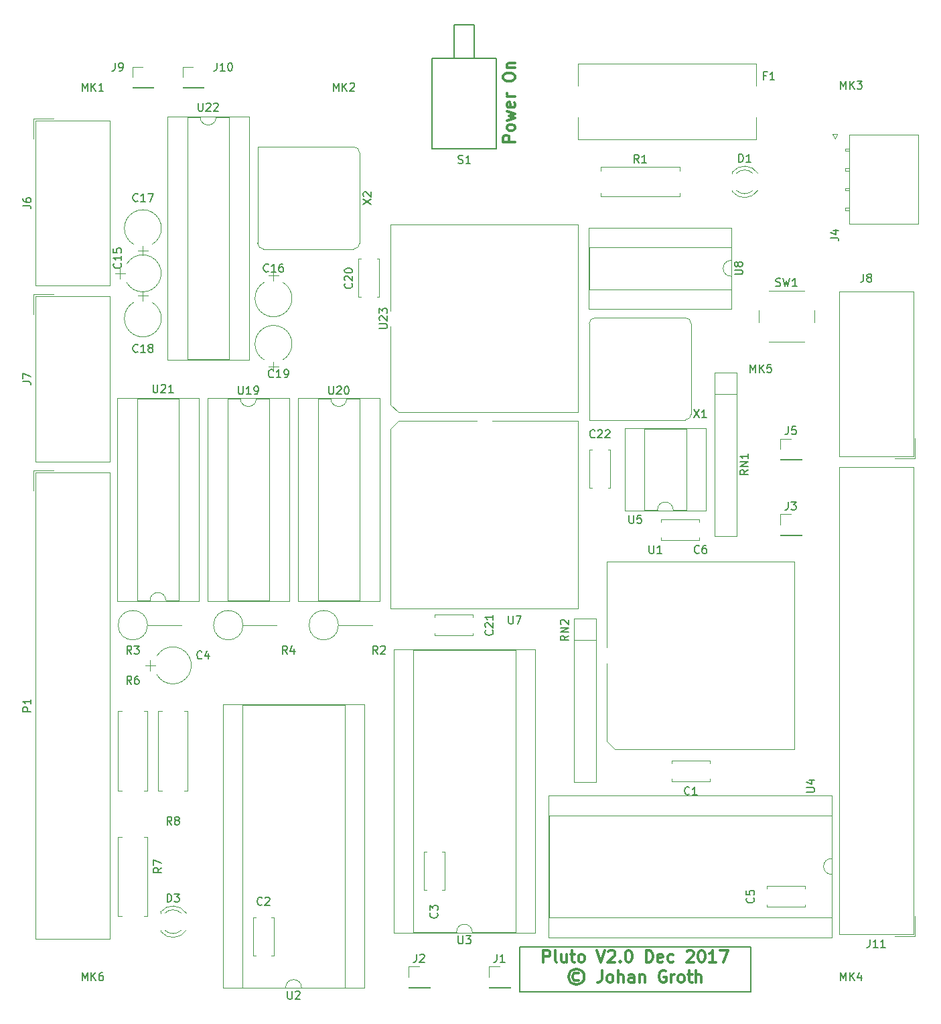
<source format=gbr>
G04 #@! TF.FileFunction,Legend,Top*
%FSLAX46Y46*%
G04 Gerber Fmt 4.6, Leading zero omitted, Abs format (unit mm)*
G04 Created by KiCad (PCBNEW 4.0.7-e2-6376~58~ubuntu16.04.1) date Wed Dec 20 13:06:43 2017*
%MOMM*%
%LPD*%
G01*
G04 APERTURE LIST*
%ADD10C,0.100000*%
%ADD11C,0.300000*%
%ADD12C,0.200000*%
%ADD13C,0.120000*%
%ADD14C,0.150000*%
%ADD15C,1.600000*%
%ADD16R,1.600000X1.600000*%
%ADD17R,1.800000X1.800000*%
%ADD18C,1.800000*%
%ADD19R,1.900000X1.900000*%
%ADD20C,1.900000*%
%ADD21R,1.727200X1.727200*%
%ADD22O,1.727200X1.727200*%
%ADD23C,6.400000*%
%ADD24C,2.400000*%
%ADD25O,2.400000X2.400000*%
%ADD26O,1.600000X1.600000*%
%ADD27C,2.000000*%
%ADD28R,1.750000X1.750000*%
%ADD29C,1.750000*%
%ADD30C,3.000000*%
%ADD31C,2.700000*%
%ADD32R,1.700000X1.700000*%
%ADD33C,1.778000*%
G04 APERTURE END LIST*
D10*
D11*
X116883571Y-31035000D02*
X115383571Y-31035000D01*
X115383571Y-30463572D01*
X115455000Y-30320714D01*
X115526429Y-30249286D01*
X115669286Y-30177857D01*
X115883571Y-30177857D01*
X116026429Y-30249286D01*
X116097857Y-30320714D01*
X116169286Y-30463572D01*
X116169286Y-31035000D01*
X116883571Y-29320714D02*
X116812143Y-29463572D01*
X116740714Y-29535000D01*
X116597857Y-29606429D01*
X116169286Y-29606429D01*
X116026429Y-29535000D01*
X115955000Y-29463572D01*
X115883571Y-29320714D01*
X115883571Y-29106429D01*
X115955000Y-28963572D01*
X116026429Y-28892143D01*
X116169286Y-28820714D01*
X116597857Y-28820714D01*
X116740714Y-28892143D01*
X116812143Y-28963572D01*
X116883571Y-29106429D01*
X116883571Y-29320714D01*
X115883571Y-28320714D02*
X116883571Y-28035000D01*
X116169286Y-27749286D01*
X116883571Y-27463571D01*
X115883571Y-27177857D01*
X116812143Y-26035000D02*
X116883571Y-26177857D01*
X116883571Y-26463571D01*
X116812143Y-26606428D01*
X116669286Y-26677857D01*
X116097857Y-26677857D01*
X115955000Y-26606428D01*
X115883571Y-26463571D01*
X115883571Y-26177857D01*
X115955000Y-26035000D01*
X116097857Y-25963571D01*
X116240714Y-25963571D01*
X116383571Y-26677857D01*
X116883571Y-25320714D02*
X115883571Y-25320714D01*
X116169286Y-25320714D02*
X116026429Y-25249286D01*
X115955000Y-25177857D01*
X115883571Y-25035000D01*
X115883571Y-24892143D01*
X115383571Y-22963572D02*
X115383571Y-22677858D01*
X115455000Y-22535000D01*
X115597857Y-22392143D01*
X115883571Y-22320715D01*
X116383571Y-22320715D01*
X116669286Y-22392143D01*
X116812143Y-22535000D01*
X116883571Y-22677858D01*
X116883571Y-22963572D01*
X116812143Y-23106429D01*
X116669286Y-23249286D01*
X116383571Y-23320715D01*
X115883571Y-23320715D01*
X115597857Y-23249286D01*
X115455000Y-23106429D01*
X115383571Y-22963572D01*
X115883571Y-21677857D02*
X116883571Y-21677857D01*
X116026429Y-21677857D02*
X115955000Y-21606429D01*
X115883571Y-21463571D01*
X115883571Y-21249286D01*
X115955000Y-21106429D01*
X116097857Y-21035000D01*
X116883571Y-21035000D01*
D12*
X117475000Y-138430000D02*
X117475000Y-132715000D01*
X146685000Y-138430000D02*
X117475000Y-138430000D01*
X146685000Y-132715000D02*
X146685000Y-138430000D01*
X117475000Y-132715000D02*
X146685000Y-132715000D01*
D11*
X120472859Y-134658571D02*
X120472859Y-133158571D01*
X121044287Y-133158571D01*
X121187145Y-133230000D01*
X121258573Y-133301429D01*
X121330002Y-133444286D01*
X121330002Y-133658571D01*
X121258573Y-133801429D01*
X121187145Y-133872857D01*
X121044287Y-133944286D01*
X120472859Y-133944286D01*
X122187145Y-134658571D02*
X122044287Y-134587143D01*
X121972859Y-134444286D01*
X121972859Y-133158571D01*
X123401430Y-133658571D02*
X123401430Y-134658571D01*
X122758573Y-133658571D02*
X122758573Y-134444286D01*
X122830001Y-134587143D01*
X122972859Y-134658571D01*
X123187144Y-134658571D01*
X123330001Y-134587143D01*
X123401430Y-134515714D01*
X123901430Y-133658571D02*
X124472859Y-133658571D01*
X124115716Y-133158571D02*
X124115716Y-134444286D01*
X124187144Y-134587143D01*
X124330002Y-134658571D01*
X124472859Y-134658571D01*
X125187145Y-134658571D02*
X125044287Y-134587143D01*
X124972859Y-134515714D01*
X124901430Y-134372857D01*
X124901430Y-133944286D01*
X124972859Y-133801429D01*
X125044287Y-133730000D01*
X125187145Y-133658571D01*
X125401430Y-133658571D01*
X125544287Y-133730000D01*
X125615716Y-133801429D01*
X125687145Y-133944286D01*
X125687145Y-134372857D01*
X125615716Y-134515714D01*
X125544287Y-134587143D01*
X125401430Y-134658571D01*
X125187145Y-134658571D01*
X127258573Y-133158571D02*
X127758573Y-134658571D01*
X128258573Y-133158571D01*
X128687144Y-133301429D02*
X128758573Y-133230000D01*
X128901430Y-133158571D01*
X129258573Y-133158571D01*
X129401430Y-133230000D01*
X129472859Y-133301429D01*
X129544287Y-133444286D01*
X129544287Y-133587143D01*
X129472859Y-133801429D01*
X128615716Y-134658571D01*
X129544287Y-134658571D01*
X130187144Y-134515714D02*
X130258572Y-134587143D01*
X130187144Y-134658571D01*
X130115715Y-134587143D01*
X130187144Y-134515714D01*
X130187144Y-134658571D01*
X131187144Y-133158571D02*
X131330001Y-133158571D01*
X131472858Y-133230000D01*
X131544287Y-133301429D01*
X131615716Y-133444286D01*
X131687144Y-133730000D01*
X131687144Y-134087143D01*
X131615716Y-134372857D01*
X131544287Y-134515714D01*
X131472858Y-134587143D01*
X131330001Y-134658571D01*
X131187144Y-134658571D01*
X131044287Y-134587143D01*
X130972858Y-134515714D01*
X130901430Y-134372857D01*
X130830001Y-134087143D01*
X130830001Y-133730000D01*
X130901430Y-133444286D01*
X130972858Y-133301429D01*
X131044287Y-133230000D01*
X131187144Y-133158571D01*
X133472858Y-134658571D02*
X133472858Y-133158571D01*
X133830001Y-133158571D01*
X134044286Y-133230000D01*
X134187144Y-133372857D01*
X134258572Y-133515714D01*
X134330001Y-133801429D01*
X134330001Y-134015714D01*
X134258572Y-134301429D01*
X134187144Y-134444286D01*
X134044286Y-134587143D01*
X133830001Y-134658571D01*
X133472858Y-134658571D01*
X135544286Y-134587143D02*
X135401429Y-134658571D01*
X135115715Y-134658571D01*
X134972858Y-134587143D01*
X134901429Y-134444286D01*
X134901429Y-133872857D01*
X134972858Y-133730000D01*
X135115715Y-133658571D01*
X135401429Y-133658571D01*
X135544286Y-133730000D01*
X135615715Y-133872857D01*
X135615715Y-134015714D01*
X134901429Y-134158571D01*
X136901429Y-134587143D02*
X136758572Y-134658571D01*
X136472858Y-134658571D01*
X136330000Y-134587143D01*
X136258572Y-134515714D01*
X136187143Y-134372857D01*
X136187143Y-133944286D01*
X136258572Y-133801429D01*
X136330000Y-133730000D01*
X136472858Y-133658571D01*
X136758572Y-133658571D01*
X136901429Y-133730000D01*
X138615714Y-133301429D02*
X138687143Y-133230000D01*
X138830000Y-133158571D01*
X139187143Y-133158571D01*
X139330000Y-133230000D01*
X139401429Y-133301429D01*
X139472857Y-133444286D01*
X139472857Y-133587143D01*
X139401429Y-133801429D01*
X138544286Y-134658571D01*
X139472857Y-134658571D01*
X140401428Y-133158571D02*
X140544285Y-133158571D01*
X140687142Y-133230000D01*
X140758571Y-133301429D01*
X140830000Y-133444286D01*
X140901428Y-133730000D01*
X140901428Y-134087143D01*
X140830000Y-134372857D01*
X140758571Y-134515714D01*
X140687142Y-134587143D01*
X140544285Y-134658571D01*
X140401428Y-134658571D01*
X140258571Y-134587143D01*
X140187142Y-134515714D01*
X140115714Y-134372857D01*
X140044285Y-134087143D01*
X140044285Y-133730000D01*
X140115714Y-133444286D01*
X140187142Y-133301429D01*
X140258571Y-133230000D01*
X140401428Y-133158571D01*
X142329999Y-134658571D02*
X141472856Y-134658571D01*
X141901428Y-134658571D02*
X141901428Y-133158571D01*
X141758571Y-133372857D01*
X141615713Y-133515714D01*
X141472856Y-133587143D01*
X142829999Y-133158571D02*
X143829999Y-133158571D01*
X143187142Y-134658571D01*
X124937143Y-136065714D02*
X124794285Y-135994286D01*
X124508571Y-135994286D01*
X124365714Y-136065714D01*
X124222857Y-136208571D01*
X124151428Y-136351429D01*
X124151428Y-136637143D01*
X124222857Y-136780000D01*
X124365714Y-136922857D01*
X124508571Y-136994286D01*
X124794285Y-136994286D01*
X124937143Y-136922857D01*
X124651428Y-135494286D02*
X124294285Y-135565714D01*
X123937143Y-135780000D01*
X123722857Y-136137143D01*
X123651428Y-136494286D01*
X123722857Y-136851429D01*
X123937143Y-137208571D01*
X124294285Y-137422857D01*
X124651428Y-137494286D01*
X125008571Y-137422857D01*
X125365714Y-137208571D01*
X125580000Y-136851429D01*
X125651428Y-136494286D01*
X125580000Y-136137143D01*
X125365714Y-135780000D01*
X125008571Y-135565714D01*
X124651428Y-135494286D01*
X127865714Y-135708571D02*
X127865714Y-136780000D01*
X127794286Y-136994286D01*
X127651429Y-137137143D01*
X127437143Y-137208571D01*
X127294286Y-137208571D01*
X128794286Y-137208571D02*
X128651428Y-137137143D01*
X128580000Y-137065714D01*
X128508571Y-136922857D01*
X128508571Y-136494286D01*
X128580000Y-136351429D01*
X128651428Y-136280000D01*
X128794286Y-136208571D01*
X129008571Y-136208571D01*
X129151428Y-136280000D01*
X129222857Y-136351429D01*
X129294286Y-136494286D01*
X129294286Y-136922857D01*
X129222857Y-137065714D01*
X129151428Y-137137143D01*
X129008571Y-137208571D01*
X128794286Y-137208571D01*
X129937143Y-137208571D02*
X129937143Y-135708571D01*
X130580000Y-137208571D02*
X130580000Y-136422857D01*
X130508571Y-136280000D01*
X130365714Y-136208571D01*
X130151429Y-136208571D01*
X130008571Y-136280000D01*
X129937143Y-136351429D01*
X131937143Y-137208571D02*
X131937143Y-136422857D01*
X131865714Y-136280000D01*
X131722857Y-136208571D01*
X131437143Y-136208571D01*
X131294286Y-136280000D01*
X131937143Y-137137143D02*
X131794286Y-137208571D01*
X131437143Y-137208571D01*
X131294286Y-137137143D01*
X131222857Y-136994286D01*
X131222857Y-136851429D01*
X131294286Y-136708571D01*
X131437143Y-136637143D01*
X131794286Y-136637143D01*
X131937143Y-136565714D01*
X132651429Y-136208571D02*
X132651429Y-137208571D01*
X132651429Y-136351429D02*
X132722857Y-136280000D01*
X132865715Y-136208571D01*
X133080000Y-136208571D01*
X133222857Y-136280000D01*
X133294286Y-136422857D01*
X133294286Y-137208571D01*
X135937143Y-135780000D02*
X135794286Y-135708571D01*
X135580000Y-135708571D01*
X135365715Y-135780000D01*
X135222857Y-135922857D01*
X135151429Y-136065714D01*
X135080000Y-136351429D01*
X135080000Y-136565714D01*
X135151429Y-136851429D01*
X135222857Y-136994286D01*
X135365715Y-137137143D01*
X135580000Y-137208571D01*
X135722857Y-137208571D01*
X135937143Y-137137143D01*
X136008572Y-137065714D01*
X136008572Y-136565714D01*
X135722857Y-136565714D01*
X136651429Y-137208571D02*
X136651429Y-136208571D01*
X136651429Y-136494286D02*
X136722857Y-136351429D01*
X136794286Y-136280000D01*
X136937143Y-136208571D01*
X137080000Y-136208571D01*
X137794286Y-137208571D02*
X137651428Y-137137143D01*
X137580000Y-137065714D01*
X137508571Y-136922857D01*
X137508571Y-136494286D01*
X137580000Y-136351429D01*
X137651428Y-136280000D01*
X137794286Y-136208571D01*
X138008571Y-136208571D01*
X138151428Y-136280000D01*
X138222857Y-136351429D01*
X138294286Y-136494286D01*
X138294286Y-136922857D01*
X138222857Y-137065714D01*
X138151428Y-137137143D01*
X138008571Y-137208571D01*
X137794286Y-137208571D01*
X138722857Y-136208571D02*
X139294286Y-136208571D01*
X138937143Y-135708571D02*
X138937143Y-136994286D01*
X139008571Y-137137143D01*
X139151429Y-137208571D01*
X139294286Y-137208571D01*
X139794286Y-137208571D02*
X139794286Y-135708571D01*
X140437143Y-137208571D02*
X140437143Y-136422857D01*
X140365714Y-136280000D01*
X140222857Y-136208571D01*
X140008572Y-136208571D01*
X139865714Y-136280000D01*
X139794286Y-136351429D01*
D13*
X141515000Y-111800000D02*
X136695000Y-111800000D01*
X141515000Y-109180000D02*
X136695000Y-109180000D01*
X141515000Y-111800000D02*
X141515000Y-111486000D01*
X141515000Y-109494000D02*
X141515000Y-109180000D01*
X136695000Y-111800000D02*
X136695000Y-111486000D01*
X136695000Y-109494000D02*
X136695000Y-109180000D01*
X86400000Y-128995000D02*
X86400000Y-133815000D01*
X83780000Y-128995000D02*
X83780000Y-133815000D01*
X86400000Y-128995000D02*
X86086000Y-128995000D01*
X84094000Y-128995000D02*
X83780000Y-128995000D01*
X86400000Y-133815000D02*
X86086000Y-133815000D01*
X84094000Y-133815000D02*
X83780000Y-133815000D01*
X107990000Y-120740000D02*
X107990000Y-125560000D01*
X105370000Y-120740000D02*
X105370000Y-125560000D01*
X107990000Y-120740000D02*
X107676000Y-120740000D01*
X105684000Y-120740000D02*
X105370000Y-120740000D01*
X107990000Y-125560000D02*
X107676000Y-125560000D01*
X105684000Y-125560000D02*
X105370000Y-125560000D01*
X153580000Y-127675000D02*
X148760000Y-127675000D01*
X153580000Y-125055000D02*
X148760000Y-125055000D01*
X153580000Y-127675000D02*
X153580000Y-127361000D01*
X153580000Y-125369000D02*
X153580000Y-125055000D01*
X148760000Y-127675000D02*
X148760000Y-127361000D01*
X148760000Y-125369000D02*
X148760000Y-125055000D01*
X71849998Y-46443811D02*
G75*
G03X67809307Y-46445000I-2019998J-1181189D01*
G01*
X71849998Y-48806189D02*
G75*
G02X67809307Y-48805000I-2019998J1181189D01*
G01*
X71849998Y-48806189D02*
G75*
G03X71850693Y-46445000I-2019998J1181189D01*
G01*
X66380000Y-47625000D02*
X67580000Y-47625000D01*
X66980000Y-46975000D02*
X66980000Y-48275000D01*
X87541189Y-52799998D02*
G75*
G03X87540000Y-48759307I-1181189J2019998D01*
G01*
X85178811Y-52799998D02*
G75*
G02X85180000Y-48759307I1181189J2019998D01*
G01*
X85178811Y-52799998D02*
G75*
G03X87540000Y-52800693I1181189J2019998D01*
G01*
X86360000Y-47330000D02*
X86360000Y-48530000D01*
X87010000Y-47930000D02*
X85710000Y-47930000D01*
X68668811Y-39910002D02*
G75*
G03X68670000Y-43950693I1181189J-2019998D01*
G01*
X71031189Y-39910002D02*
G75*
G02X71030000Y-43950693I-1181189J-2019998D01*
G01*
X71031189Y-39910002D02*
G75*
G03X68670000Y-39909307I-1181189J-2019998D01*
G01*
X69850000Y-45380000D02*
X69850000Y-44180000D01*
X69200000Y-44780000D02*
X70500000Y-44780000D01*
X71031189Y-55339998D02*
G75*
G03X71030000Y-51299307I-1181189J2019998D01*
G01*
X68668811Y-55339998D02*
G75*
G02X68670000Y-51299307I1181189J2019998D01*
G01*
X68668811Y-55339998D02*
G75*
G03X71030000Y-55340693I1181189J2019998D01*
G01*
X69850000Y-49870000D02*
X69850000Y-51070000D01*
X70500000Y-50470000D02*
X69200000Y-50470000D01*
X85178811Y-54515002D02*
G75*
G03X85180000Y-58555693I1181189J-2019998D01*
G01*
X87541189Y-54515002D02*
G75*
G02X87540000Y-58555693I-1181189J-2019998D01*
G01*
X87541189Y-54515002D02*
G75*
G03X85180000Y-54514307I-1181189J-2019998D01*
G01*
X86360000Y-59985000D02*
X86360000Y-58785000D01*
X85710000Y-59385000D02*
X87010000Y-59385000D01*
X99735000Y-45810000D02*
X99735000Y-50630000D01*
X97115000Y-45810000D02*
X97115000Y-50630000D01*
X99735000Y-45810000D02*
X99421000Y-45810000D01*
X97429000Y-45810000D02*
X97115000Y-45810000D01*
X99735000Y-50630000D02*
X99421000Y-50630000D01*
X97429000Y-50630000D02*
X97115000Y-50630000D01*
X106770000Y-90765000D02*
X111590000Y-90765000D01*
X106770000Y-93385000D02*
X111590000Y-93385000D01*
X106770000Y-90765000D02*
X106770000Y-91079000D01*
X106770000Y-93071000D02*
X106770000Y-93385000D01*
X111590000Y-90765000D02*
X111590000Y-91079000D01*
X111590000Y-93071000D02*
X111590000Y-93385000D01*
X128945000Y-69940000D02*
X128945000Y-74760000D01*
X126325000Y-69940000D02*
X126325000Y-74760000D01*
X128945000Y-69940000D02*
X128631000Y-69940000D01*
X126639000Y-69940000D02*
X126325000Y-69940000D01*
X128945000Y-74760000D02*
X128631000Y-74760000D01*
X126639000Y-74760000D02*
X126325000Y-74760000D01*
X75332335Y-128461392D02*
G75*
G03X72100000Y-128304484I-1672335J-1078608D01*
G01*
X75332335Y-130618608D02*
G75*
G02X72100000Y-130775516I-1672335J1078608D01*
G01*
X74701130Y-128460163D02*
G75*
G03X72619039Y-128460000I-1041130J-1079837D01*
G01*
X74701130Y-130619837D02*
G75*
G02X72619039Y-130620000I-1041130J1079837D01*
G01*
X72100000Y-128304000D02*
X72100000Y-128460000D01*
X72100000Y-130620000D02*
X72100000Y-130776000D01*
X167883000Y-30134000D02*
X159123000Y-30134000D01*
X159123000Y-30134000D02*
X159123000Y-41374000D01*
X159123000Y-41374000D02*
X167883000Y-41374000D01*
X167883000Y-41374000D02*
X167883000Y-30134000D01*
X159123000Y-31854000D02*
X158653000Y-31854000D01*
X158653000Y-31854000D02*
X158653000Y-32154000D01*
X158653000Y-32154000D02*
X159123000Y-32154000D01*
X159123000Y-32154000D02*
X159123000Y-31854000D01*
X159123000Y-34354000D02*
X158653000Y-34354000D01*
X158653000Y-34354000D02*
X158653000Y-34654000D01*
X158653000Y-34654000D02*
X159123000Y-34654000D01*
X159123000Y-34654000D02*
X159123000Y-34354000D01*
X159123000Y-36854000D02*
X158653000Y-36854000D01*
X158653000Y-36854000D02*
X158653000Y-37154000D01*
X158653000Y-37154000D02*
X159123000Y-37154000D01*
X159123000Y-37154000D02*
X159123000Y-36854000D01*
X159123000Y-39354000D02*
X158653000Y-39354000D01*
X158653000Y-39354000D02*
X158653000Y-39654000D01*
X158653000Y-39654000D02*
X159123000Y-39654000D01*
X159123000Y-39654000D02*
X159123000Y-39354000D01*
X157353000Y-30604000D02*
X157053000Y-30004000D01*
X157053000Y-30004000D02*
X157653000Y-30004000D01*
X157653000Y-30004000D02*
X157353000Y-30604000D01*
X65635000Y-28305000D02*
X65635000Y-49165000D01*
X65635000Y-49165000D02*
X56285000Y-49165000D01*
X56285000Y-49165000D02*
X56285000Y-28305000D01*
X56285000Y-28305000D02*
X65635000Y-28305000D01*
X56035000Y-28055000D02*
X56035000Y-30595000D01*
X56035000Y-28055000D02*
X58575000Y-28055000D01*
X65635000Y-50530000D02*
X65635000Y-71390000D01*
X65635000Y-71390000D02*
X56285000Y-71390000D01*
X56285000Y-71390000D02*
X56285000Y-50530000D01*
X56285000Y-50530000D02*
X65635000Y-50530000D01*
X56035000Y-50280000D02*
X56035000Y-52820000D01*
X56035000Y-50280000D02*
X58575000Y-50280000D01*
X157885000Y-70755000D02*
X157885000Y-49895000D01*
X157885000Y-49895000D02*
X167235000Y-49895000D01*
X167235000Y-49895000D02*
X167235000Y-70755000D01*
X167235000Y-70755000D02*
X157885000Y-70755000D01*
X167485000Y-71005000D02*
X167485000Y-68465000D01*
X167485000Y-71005000D02*
X164945000Y-71005000D01*
X65635000Y-72755000D02*
X65635000Y-131715000D01*
X65635000Y-131715000D02*
X56285000Y-131715000D01*
X56285000Y-131715000D02*
X56285000Y-72755000D01*
X56285000Y-72755000D02*
X65635000Y-72755000D01*
X56035000Y-72505000D02*
X56035000Y-75045000D01*
X56035000Y-72505000D02*
X58575000Y-72505000D01*
X67200000Y-112960000D02*
X66720000Y-112960000D01*
X66720000Y-112960000D02*
X66720000Y-102940000D01*
X66720000Y-102940000D02*
X67200000Y-102940000D01*
X69960000Y-112960000D02*
X70440000Y-112960000D01*
X70440000Y-112960000D02*
X70440000Y-102940000D01*
X70440000Y-102940000D02*
X69960000Y-102940000D01*
X67200000Y-128835000D02*
X66720000Y-128835000D01*
X66720000Y-128835000D02*
X66720000Y-118815000D01*
X66720000Y-118815000D02*
X67200000Y-118815000D01*
X69960000Y-128835000D02*
X70440000Y-128835000D01*
X70440000Y-128835000D02*
X70440000Y-118815000D01*
X70440000Y-118815000D02*
X69960000Y-118815000D01*
X72280000Y-112960000D02*
X71800000Y-112960000D01*
X71800000Y-112960000D02*
X71800000Y-102940000D01*
X71800000Y-102940000D02*
X72280000Y-102940000D01*
X75040000Y-112960000D02*
X75520000Y-112960000D01*
X75520000Y-112960000D02*
X75520000Y-102940000D01*
X75520000Y-102940000D02*
X75040000Y-102940000D01*
X144910000Y-60155000D02*
X142110000Y-60155000D01*
X142110000Y-60155000D02*
X142110000Y-80815000D01*
X142110000Y-80815000D02*
X144910000Y-80815000D01*
X144910000Y-80815000D02*
X144910000Y-60155000D01*
X144910000Y-62865000D02*
X142110000Y-62865000D01*
X127130000Y-91270000D02*
X124330000Y-91270000D01*
X124330000Y-91270000D02*
X124330000Y-111930000D01*
X124330000Y-111930000D02*
X127130000Y-111930000D01*
X127130000Y-111930000D02*
X127130000Y-91270000D01*
X127130000Y-93980000D02*
X124330000Y-93980000D01*
X148955000Y-56300000D02*
X153455000Y-56300000D01*
X147705000Y-52300000D02*
X147705000Y-53800000D01*
X153455000Y-49800000D02*
X148955000Y-49800000D01*
X154705000Y-53800000D02*
X154705000Y-52300000D01*
X128485000Y-96885000D02*
X128485000Y-106735000D01*
X128485000Y-106735000D02*
X129485000Y-107735000D01*
X129485000Y-107735000D02*
X152185000Y-107735000D01*
X152185000Y-107735000D02*
X152185000Y-84035000D01*
X152185000Y-84035000D02*
X128485000Y-84035000D01*
X128485000Y-84035000D02*
X128485000Y-94885000D01*
X87900000Y-137855000D02*
G75*
G02X89900000Y-137855000I1000000J0D01*
G01*
X89900000Y-137855000D02*
X95360000Y-137855000D01*
X95360000Y-137855000D02*
X95360000Y-102175000D01*
X95360000Y-102175000D02*
X82440000Y-102175000D01*
X82440000Y-102175000D02*
X82440000Y-137855000D01*
X82440000Y-137855000D02*
X87900000Y-137855000D01*
X97850000Y-137915000D02*
X97850000Y-102115000D01*
X97850000Y-102115000D02*
X79950000Y-102115000D01*
X79950000Y-102115000D02*
X79950000Y-137915000D01*
X79950000Y-137915000D02*
X97850000Y-137915000D01*
X109490000Y-130870000D02*
G75*
G02X111490000Y-130870000I1000000J0D01*
G01*
X111490000Y-130870000D02*
X116950000Y-130870000D01*
X116950000Y-130870000D02*
X116950000Y-95190000D01*
X116950000Y-95190000D02*
X104030000Y-95190000D01*
X104030000Y-95190000D02*
X104030000Y-130870000D01*
X104030000Y-130870000D02*
X109490000Y-130870000D01*
X119440000Y-130930000D02*
X119440000Y-95130000D01*
X119440000Y-95130000D02*
X101540000Y-95130000D01*
X101540000Y-95130000D02*
X101540000Y-130930000D01*
X101540000Y-130930000D02*
X119440000Y-130930000D01*
X156905000Y-123555000D02*
G75*
G02X156905000Y-121555000I0J1000000D01*
G01*
X156905000Y-121555000D02*
X156905000Y-116095000D01*
X156905000Y-116095000D02*
X121225000Y-116095000D01*
X121225000Y-116095000D02*
X121225000Y-129015000D01*
X121225000Y-129015000D02*
X156905000Y-129015000D01*
X156905000Y-129015000D02*
X156905000Y-123555000D01*
X156965000Y-113605000D02*
X121165000Y-113605000D01*
X121165000Y-113605000D02*
X121165000Y-131505000D01*
X121165000Y-131505000D02*
X156965000Y-131505000D01*
X156965000Y-131505000D02*
X156965000Y-113605000D01*
X112030000Y-66255000D02*
X102180000Y-66255000D01*
X102180000Y-66255000D02*
X101180000Y-67255000D01*
X101180000Y-67255000D02*
X101180000Y-89955000D01*
X101180000Y-89955000D02*
X124880000Y-89955000D01*
X124880000Y-89955000D02*
X124880000Y-66255000D01*
X124880000Y-66255000D02*
X114030000Y-66255000D01*
X144205000Y-47990000D02*
G75*
G02X144205000Y-45990000I0J1000000D01*
G01*
X144205000Y-45990000D02*
X144205000Y-44340000D01*
X144205000Y-44340000D02*
X126305000Y-44340000D01*
X126305000Y-44340000D02*
X126305000Y-49640000D01*
X126305000Y-49640000D02*
X144205000Y-49640000D01*
X144205000Y-49640000D02*
X144205000Y-47990000D01*
X144265000Y-41850000D02*
X126245000Y-41850000D01*
X126245000Y-41850000D02*
X126245000Y-52130000D01*
X126245000Y-52130000D02*
X144265000Y-52130000D01*
X144265000Y-52130000D02*
X144265000Y-41850000D01*
X84185000Y-63440000D02*
G75*
G02X82185000Y-63440000I-1000000J0D01*
G01*
X82185000Y-63440000D02*
X80535000Y-63440000D01*
X80535000Y-63440000D02*
X80535000Y-88960000D01*
X80535000Y-88960000D02*
X85835000Y-88960000D01*
X85835000Y-88960000D02*
X85835000Y-63440000D01*
X85835000Y-63440000D02*
X84185000Y-63440000D01*
X78045000Y-63380000D02*
X78045000Y-89020000D01*
X78045000Y-89020000D02*
X88325000Y-89020000D01*
X88325000Y-89020000D02*
X88325000Y-63380000D01*
X88325000Y-63380000D02*
X78045000Y-63380000D01*
X95615000Y-63440000D02*
G75*
G02X93615000Y-63440000I-1000000J0D01*
G01*
X93615000Y-63440000D02*
X91965000Y-63440000D01*
X91965000Y-63440000D02*
X91965000Y-88960000D01*
X91965000Y-88960000D02*
X97265000Y-88960000D01*
X97265000Y-88960000D02*
X97265000Y-63440000D01*
X97265000Y-63440000D02*
X95615000Y-63440000D01*
X89475000Y-63380000D02*
X89475000Y-89020000D01*
X89475000Y-89020000D02*
X99755000Y-89020000D01*
X99755000Y-89020000D02*
X99755000Y-63380000D01*
X99755000Y-63380000D02*
X89475000Y-63380000D01*
X70755000Y-88960000D02*
G75*
G02X72755000Y-88960000I1000000J0D01*
G01*
X72755000Y-88960000D02*
X74405000Y-88960000D01*
X74405000Y-88960000D02*
X74405000Y-63440000D01*
X74405000Y-63440000D02*
X69105000Y-63440000D01*
X69105000Y-63440000D02*
X69105000Y-88960000D01*
X69105000Y-88960000D02*
X70755000Y-88960000D01*
X76895000Y-89020000D02*
X76895000Y-63380000D01*
X76895000Y-63380000D02*
X66615000Y-63380000D01*
X66615000Y-63380000D02*
X66615000Y-89020000D01*
X66615000Y-89020000D02*
X76895000Y-89020000D01*
X79105000Y-27880000D02*
G75*
G02X77105000Y-27880000I-1000000J0D01*
G01*
X77105000Y-27880000D02*
X75455000Y-27880000D01*
X75455000Y-27880000D02*
X75455000Y-58480000D01*
X75455000Y-58480000D02*
X80755000Y-58480000D01*
X80755000Y-58480000D02*
X80755000Y-27880000D01*
X80755000Y-27880000D02*
X79105000Y-27880000D01*
X72965000Y-27820000D02*
X72965000Y-58540000D01*
X72965000Y-58540000D02*
X83245000Y-58540000D01*
X83245000Y-58540000D02*
X83245000Y-27820000D01*
X83245000Y-27820000D02*
X72965000Y-27820000D01*
X101180000Y-54340000D02*
X101180000Y-64190000D01*
X101180000Y-64190000D02*
X102180000Y-65190000D01*
X102180000Y-65190000D02*
X124880000Y-65190000D01*
X124880000Y-65190000D02*
X124880000Y-41490000D01*
X124880000Y-41490000D02*
X101180000Y-41490000D01*
X101180000Y-41490000D02*
X101180000Y-52340000D01*
X126265000Y-53990000D02*
X126265000Y-66140000D01*
X138415000Y-53240000D02*
X127015000Y-53240000D01*
X139165000Y-65390000D02*
X139165000Y-53990000D01*
X126265000Y-66140000D02*
X138415000Y-66140000D01*
X138415000Y-66140000D02*
G75*
G03X139165000Y-65390000I0J750000D01*
G01*
X139165000Y-53990000D02*
G75*
G03X138415000Y-53240000I-750000J0D01*
G01*
X127015000Y-53240000D02*
G75*
G03X126265000Y-53990000I0J-750000D01*
G01*
X96505000Y-31650000D02*
X84355000Y-31650000D01*
X97255000Y-43800000D02*
X97255000Y-32400000D01*
X85105000Y-44550000D02*
X96505000Y-44550000D01*
X84355000Y-31650000D02*
X84355000Y-43800000D01*
X84355000Y-43800000D02*
G75*
G03X85105000Y-44550000I750000J0D01*
G01*
X96505000Y-44550000D02*
G75*
G03X97255000Y-43800000I0J750000D01*
G01*
X97255000Y-32400000D02*
G75*
G03X96505000Y-31650000I-750000J0D01*
G01*
X147595335Y-34989392D02*
G75*
G03X144363000Y-34832484I-1672335J-1078608D01*
G01*
X147595335Y-37146608D02*
G75*
G02X144363000Y-37303516I-1672335J1078608D01*
G01*
X146964130Y-34988163D02*
G75*
G03X144882039Y-34988000I-1041130J-1079837D01*
G01*
X146964130Y-37147837D02*
G75*
G02X144882039Y-37148000I-1041130J1079837D01*
G01*
X144363000Y-34832000D02*
X144363000Y-34988000D01*
X144363000Y-37148000D02*
X144363000Y-37304000D01*
X147341000Y-30708000D02*
X147341000Y-27908000D01*
X147341000Y-23908000D02*
X147341000Y-21108000D01*
X124841000Y-23908000D02*
X124841000Y-21108000D01*
X124841000Y-21108000D02*
X147341000Y-21108000D01*
X124841000Y-30708000D02*
X147341000Y-30708000D01*
X124841000Y-30708000D02*
X124841000Y-27908000D01*
X113605000Y-137855000D02*
X116265000Y-137855000D01*
X113605000Y-137795000D02*
X113605000Y-137855000D01*
X116265000Y-137795000D02*
X116265000Y-137855000D01*
X113605000Y-137795000D02*
X116265000Y-137795000D01*
X113605000Y-136525000D02*
X113605000Y-135195000D01*
X113605000Y-135195000D02*
X114935000Y-135195000D01*
X103445000Y-137855000D02*
X106105000Y-137855000D01*
X103445000Y-137795000D02*
X103445000Y-137855000D01*
X106105000Y-137795000D02*
X106105000Y-137855000D01*
X103445000Y-137795000D02*
X106105000Y-137795000D01*
X103445000Y-136525000D02*
X103445000Y-135195000D01*
X103445000Y-135195000D02*
X104775000Y-135195000D01*
X150435000Y-80705000D02*
X153095000Y-80705000D01*
X150435000Y-80645000D02*
X150435000Y-80705000D01*
X153095000Y-80645000D02*
X153095000Y-80705000D01*
X150435000Y-80645000D02*
X153095000Y-80645000D01*
X150435000Y-79375000D02*
X150435000Y-78045000D01*
X150435000Y-78045000D02*
X151765000Y-78045000D01*
X150435000Y-71180000D02*
X153095000Y-71180000D01*
X150435000Y-71120000D02*
X150435000Y-71180000D01*
X153095000Y-71120000D02*
X153095000Y-71180000D01*
X150435000Y-71120000D02*
X153095000Y-71120000D01*
X150435000Y-69850000D02*
X150435000Y-68520000D01*
X150435000Y-68520000D02*
X151765000Y-68520000D01*
X74870000Y-24190000D02*
X77530000Y-24190000D01*
X74870000Y-24130000D02*
X74870000Y-24190000D01*
X77530000Y-24130000D02*
X77530000Y-24190000D01*
X74870000Y-24130000D02*
X77530000Y-24130000D01*
X74870000Y-22860000D02*
X74870000Y-21530000D01*
X74870000Y-21530000D02*
X76200000Y-21530000D01*
X127705000Y-34688000D02*
X127705000Y-34208000D01*
X127705000Y-34208000D02*
X137725000Y-34208000D01*
X137725000Y-34208000D02*
X137725000Y-34688000D01*
X127705000Y-37448000D02*
X127705000Y-37928000D01*
X127705000Y-37928000D02*
X137725000Y-37928000D01*
X137725000Y-37928000D02*
X137725000Y-37448000D01*
X68520000Y-24190000D02*
X71180000Y-24190000D01*
X68520000Y-24130000D02*
X68520000Y-24190000D01*
X71180000Y-24130000D02*
X71180000Y-24190000D01*
X68520000Y-24130000D02*
X71180000Y-24130000D01*
X68520000Y-22860000D02*
X68520000Y-21530000D01*
X68520000Y-21530000D02*
X69850000Y-21530000D01*
D14*
X109220000Y-20447000D02*
X109220000Y-16256000D01*
X109220000Y-16256000D02*
X111760000Y-16256000D01*
X111760000Y-16256000D02*
X111760000Y-20447000D01*
X106426000Y-20447000D02*
X114554000Y-20447000D01*
X114554000Y-20447000D02*
X114554000Y-31877000D01*
X114554000Y-31877000D02*
X106426000Y-31877000D01*
X106426000Y-31877000D02*
X106426000Y-20447000D01*
D13*
X75659998Y-95973811D02*
G75*
G03X71619307Y-95975000I-2019998J-1181189D01*
G01*
X75659998Y-98336189D02*
G75*
G02X71619307Y-98335000I-2019998J1181189D01*
G01*
X75659998Y-98336189D02*
G75*
G03X75660693Y-95975000I-2019998J1181189D01*
G01*
X70190000Y-97155000D02*
X71390000Y-97155000D01*
X70790000Y-96505000D02*
X70790000Y-97805000D01*
X135345000Y-78700000D02*
X140165000Y-78700000D01*
X135345000Y-81320000D02*
X140165000Y-81320000D01*
X135345000Y-78700000D02*
X135345000Y-79014000D01*
X135345000Y-81006000D02*
X135345000Y-81320000D01*
X140165000Y-78700000D02*
X140165000Y-79014000D01*
X140165000Y-81006000D02*
X140165000Y-81320000D01*
X157885000Y-131080000D02*
X157885000Y-72120000D01*
X157885000Y-72120000D02*
X167235000Y-72120000D01*
X167235000Y-72120000D02*
X167235000Y-131080000D01*
X167235000Y-131080000D02*
X157885000Y-131080000D01*
X167485000Y-131330000D02*
X167485000Y-128790000D01*
X167485000Y-131330000D02*
X164945000Y-131330000D01*
X94570000Y-92075000D02*
G75*
G03X94570000Y-92075000I-1860000J0D01*
G01*
X94570000Y-92075000D02*
X98830000Y-92075000D01*
X70440000Y-92075000D02*
G75*
G03X70440000Y-92075000I-1860000J0D01*
G01*
X70440000Y-92075000D02*
X74700000Y-92075000D01*
X82505000Y-92075000D02*
G75*
G03X82505000Y-92075000I-1860000J0D01*
G01*
X82505000Y-92075000D02*
X86765000Y-92075000D01*
X134890000Y-77530000D02*
G75*
G02X136890000Y-77530000I1000000J0D01*
G01*
X136890000Y-77530000D02*
X138540000Y-77530000D01*
X138540000Y-77530000D02*
X138540000Y-67250000D01*
X138540000Y-67250000D02*
X133240000Y-67250000D01*
X133240000Y-67250000D02*
X133240000Y-77530000D01*
X133240000Y-77530000D02*
X134890000Y-77530000D01*
X141030000Y-77590000D02*
X141030000Y-67190000D01*
X141030000Y-67190000D02*
X130750000Y-67190000D01*
X130750000Y-67190000D02*
X130750000Y-77590000D01*
X130750000Y-77590000D02*
X141030000Y-77590000D01*
D14*
X138938334Y-113407143D02*
X138890715Y-113454762D01*
X138747858Y-113502381D01*
X138652620Y-113502381D01*
X138509762Y-113454762D01*
X138414524Y-113359524D01*
X138366905Y-113264286D01*
X138319286Y-113073810D01*
X138319286Y-112930952D01*
X138366905Y-112740476D01*
X138414524Y-112645238D01*
X138509762Y-112550000D01*
X138652620Y-112502381D01*
X138747858Y-112502381D01*
X138890715Y-112550000D01*
X138938334Y-112597619D01*
X139890715Y-113502381D02*
X139319286Y-113502381D01*
X139605000Y-113502381D02*
X139605000Y-112502381D01*
X139509762Y-112645238D01*
X139414524Y-112740476D01*
X139319286Y-112788095D01*
X84923334Y-127357143D02*
X84875715Y-127404762D01*
X84732858Y-127452381D01*
X84637620Y-127452381D01*
X84494762Y-127404762D01*
X84399524Y-127309524D01*
X84351905Y-127214286D01*
X84304286Y-127023810D01*
X84304286Y-126880952D01*
X84351905Y-126690476D01*
X84399524Y-126595238D01*
X84494762Y-126500000D01*
X84637620Y-126452381D01*
X84732858Y-126452381D01*
X84875715Y-126500000D01*
X84923334Y-126547619D01*
X85304286Y-126547619D02*
X85351905Y-126500000D01*
X85447143Y-126452381D01*
X85685239Y-126452381D01*
X85780477Y-126500000D01*
X85828096Y-126547619D01*
X85875715Y-126642857D01*
X85875715Y-126738095D01*
X85828096Y-126880952D01*
X85256667Y-127452381D01*
X85875715Y-127452381D01*
X107037143Y-128436666D02*
X107084762Y-128484285D01*
X107132381Y-128627142D01*
X107132381Y-128722380D01*
X107084762Y-128865238D01*
X106989524Y-128960476D01*
X106894286Y-129008095D01*
X106703810Y-129055714D01*
X106560952Y-129055714D01*
X106370476Y-129008095D01*
X106275238Y-128960476D01*
X106180000Y-128865238D01*
X106132381Y-128722380D01*
X106132381Y-128627142D01*
X106180000Y-128484285D01*
X106227619Y-128436666D01*
X106132381Y-128103333D02*
X106132381Y-127484285D01*
X106513333Y-127817619D01*
X106513333Y-127674761D01*
X106560952Y-127579523D01*
X106608571Y-127531904D01*
X106703810Y-127484285D01*
X106941905Y-127484285D01*
X107037143Y-127531904D01*
X107084762Y-127579523D01*
X107132381Y-127674761D01*
X107132381Y-127960476D01*
X107084762Y-128055714D01*
X107037143Y-128103333D01*
X147042143Y-126531666D02*
X147089762Y-126579285D01*
X147137381Y-126722142D01*
X147137381Y-126817380D01*
X147089762Y-126960238D01*
X146994524Y-127055476D01*
X146899286Y-127103095D01*
X146708810Y-127150714D01*
X146565952Y-127150714D01*
X146375476Y-127103095D01*
X146280238Y-127055476D01*
X146185000Y-126960238D01*
X146137381Y-126817380D01*
X146137381Y-126722142D01*
X146185000Y-126579285D01*
X146232619Y-126531666D01*
X146137381Y-125626904D02*
X146137381Y-126103095D01*
X146613571Y-126150714D01*
X146565952Y-126103095D01*
X146518333Y-126007857D01*
X146518333Y-125769761D01*
X146565952Y-125674523D01*
X146613571Y-125626904D01*
X146708810Y-125579285D01*
X146946905Y-125579285D01*
X147042143Y-125626904D01*
X147089762Y-125674523D01*
X147137381Y-125769761D01*
X147137381Y-126007857D01*
X147089762Y-126103095D01*
X147042143Y-126150714D01*
X67032143Y-46362857D02*
X67079762Y-46410476D01*
X67127381Y-46553333D01*
X67127381Y-46648571D01*
X67079762Y-46791429D01*
X66984524Y-46886667D01*
X66889286Y-46934286D01*
X66698810Y-46981905D01*
X66555952Y-46981905D01*
X66365476Y-46934286D01*
X66270238Y-46886667D01*
X66175000Y-46791429D01*
X66127381Y-46648571D01*
X66127381Y-46553333D01*
X66175000Y-46410476D01*
X66222619Y-46362857D01*
X67127381Y-45410476D02*
X67127381Y-45981905D01*
X67127381Y-45696191D02*
X66127381Y-45696191D01*
X66270238Y-45791429D01*
X66365476Y-45886667D01*
X66413095Y-45981905D01*
X66127381Y-44505714D02*
X66127381Y-44981905D01*
X66603571Y-45029524D01*
X66555952Y-44981905D01*
X66508333Y-44886667D01*
X66508333Y-44648571D01*
X66555952Y-44553333D01*
X66603571Y-44505714D01*
X66698810Y-44458095D01*
X66936905Y-44458095D01*
X67032143Y-44505714D01*
X67079762Y-44553333D01*
X67127381Y-44648571D01*
X67127381Y-44886667D01*
X67079762Y-44981905D01*
X67032143Y-45029524D01*
X85717143Y-47347143D02*
X85669524Y-47394762D01*
X85526667Y-47442381D01*
X85431429Y-47442381D01*
X85288571Y-47394762D01*
X85193333Y-47299524D01*
X85145714Y-47204286D01*
X85098095Y-47013810D01*
X85098095Y-46870952D01*
X85145714Y-46680476D01*
X85193333Y-46585238D01*
X85288571Y-46490000D01*
X85431429Y-46442381D01*
X85526667Y-46442381D01*
X85669524Y-46490000D01*
X85717143Y-46537619D01*
X86669524Y-47442381D02*
X86098095Y-47442381D01*
X86383809Y-47442381D02*
X86383809Y-46442381D01*
X86288571Y-46585238D01*
X86193333Y-46680476D01*
X86098095Y-46728095D01*
X87526667Y-46442381D02*
X87336190Y-46442381D01*
X87240952Y-46490000D01*
X87193333Y-46537619D01*
X87098095Y-46680476D01*
X87050476Y-46870952D01*
X87050476Y-47251905D01*
X87098095Y-47347143D01*
X87145714Y-47394762D01*
X87240952Y-47442381D01*
X87431429Y-47442381D01*
X87526667Y-47394762D01*
X87574286Y-47347143D01*
X87621905Y-47251905D01*
X87621905Y-47013810D01*
X87574286Y-46918571D01*
X87526667Y-46870952D01*
X87431429Y-46823333D01*
X87240952Y-46823333D01*
X87145714Y-46870952D01*
X87098095Y-46918571D01*
X87050476Y-47013810D01*
X69207143Y-38457143D02*
X69159524Y-38504762D01*
X69016667Y-38552381D01*
X68921429Y-38552381D01*
X68778571Y-38504762D01*
X68683333Y-38409524D01*
X68635714Y-38314286D01*
X68588095Y-38123810D01*
X68588095Y-37980952D01*
X68635714Y-37790476D01*
X68683333Y-37695238D01*
X68778571Y-37600000D01*
X68921429Y-37552381D01*
X69016667Y-37552381D01*
X69159524Y-37600000D01*
X69207143Y-37647619D01*
X70159524Y-38552381D02*
X69588095Y-38552381D01*
X69873809Y-38552381D02*
X69873809Y-37552381D01*
X69778571Y-37695238D01*
X69683333Y-37790476D01*
X69588095Y-37838095D01*
X70492857Y-37552381D02*
X71159524Y-37552381D01*
X70730952Y-38552381D01*
X69207143Y-57507143D02*
X69159524Y-57554762D01*
X69016667Y-57602381D01*
X68921429Y-57602381D01*
X68778571Y-57554762D01*
X68683333Y-57459524D01*
X68635714Y-57364286D01*
X68588095Y-57173810D01*
X68588095Y-57030952D01*
X68635714Y-56840476D01*
X68683333Y-56745238D01*
X68778571Y-56650000D01*
X68921429Y-56602381D01*
X69016667Y-56602381D01*
X69159524Y-56650000D01*
X69207143Y-56697619D01*
X70159524Y-57602381D02*
X69588095Y-57602381D01*
X69873809Y-57602381D02*
X69873809Y-56602381D01*
X69778571Y-56745238D01*
X69683333Y-56840476D01*
X69588095Y-56888095D01*
X70730952Y-57030952D02*
X70635714Y-56983333D01*
X70588095Y-56935714D01*
X70540476Y-56840476D01*
X70540476Y-56792857D01*
X70588095Y-56697619D01*
X70635714Y-56650000D01*
X70730952Y-56602381D01*
X70921429Y-56602381D01*
X71016667Y-56650000D01*
X71064286Y-56697619D01*
X71111905Y-56792857D01*
X71111905Y-56840476D01*
X71064286Y-56935714D01*
X71016667Y-56983333D01*
X70921429Y-57030952D01*
X70730952Y-57030952D01*
X70635714Y-57078571D01*
X70588095Y-57126190D01*
X70540476Y-57221429D01*
X70540476Y-57411905D01*
X70588095Y-57507143D01*
X70635714Y-57554762D01*
X70730952Y-57602381D01*
X70921429Y-57602381D01*
X71016667Y-57554762D01*
X71064286Y-57507143D01*
X71111905Y-57411905D01*
X71111905Y-57221429D01*
X71064286Y-57126190D01*
X71016667Y-57078571D01*
X70921429Y-57030952D01*
X86352143Y-60682143D02*
X86304524Y-60729762D01*
X86161667Y-60777381D01*
X86066429Y-60777381D01*
X85923571Y-60729762D01*
X85828333Y-60634524D01*
X85780714Y-60539286D01*
X85733095Y-60348810D01*
X85733095Y-60205952D01*
X85780714Y-60015476D01*
X85828333Y-59920238D01*
X85923571Y-59825000D01*
X86066429Y-59777381D01*
X86161667Y-59777381D01*
X86304524Y-59825000D01*
X86352143Y-59872619D01*
X87304524Y-60777381D02*
X86733095Y-60777381D01*
X87018809Y-60777381D02*
X87018809Y-59777381D01*
X86923571Y-59920238D01*
X86828333Y-60015476D01*
X86733095Y-60063095D01*
X87780714Y-60777381D02*
X87971190Y-60777381D01*
X88066429Y-60729762D01*
X88114048Y-60682143D01*
X88209286Y-60539286D01*
X88256905Y-60348810D01*
X88256905Y-59967857D01*
X88209286Y-59872619D01*
X88161667Y-59825000D01*
X88066429Y-59777381D01*
X87875952Y-59777381D01*
X87780714Y-59825000D01*
X87733095Y-59872619D01*
X87685476Y-59967857D01*
X87685476Y-60205952D01*
X87733095Y-60301190D01*
X87780714Y-60348810D01*
X87875952Y-60396429D01*
X88066429Y-60396429D01*
X88161667Y-60348810D01*
X88209286Y-60301190D01*
X88256905Y-60205952D01*
X96242143Y-48902857D02*
X96289762Y-48950476D01*
X96337381Y-49093333D01*
X96337381Y-49188571D01*
X96289762Y-49331429D01*
X96194524Y-49426667D01*
X96099286Y-49474286D01*
X95908810Y-49521905D01*
X95765952Y-49521905D01*
X95575476Y-49474286D01*
X95480238Y-49426667D01*
X95385000Y-49331429D01*
X95337381Y-49188571D01*
X95337381Y-49093333D01*
X95385000Y-48950476D01*
X95432619Y-48902857D01*
X95432619Y-48521905D02*
X95385000Y-48474286D01*
X95337381Y-48379048D01*
X95337381Y-48140952D01*
X95385000Y-48045714D01*
X95432619Y-47998095D01*
X95527857Y-47950476D01*
X95623095Y-47950476D01*
X95765952Y-47998095D01*
X96337381Y-48569524D01*
X96337381Y-47950476D01*
X95337381Y-47331429D02*
X95337381Y-47236190D01*
X95385000Y-47140952D01*
X95432619Y-47093333D01*
X95527857Y-47045714D01*
X95718333Y-46998095D01*
X95956429Y-46998095D01*
X96146905Y-47045714D01*
X96242143Y-47093333D01*
X96289762Y-47140952D01*
X96337381Y-47236190D01*
X96337381Y-47331429D01*
X96289762Y-47426667D01*
X96242143Y-47474286D01*
X96146905Y-47521905D01*
X95956429Y-47569524D01*
X95718333Y-47569524D01*
X95527857Y-47521905D01*
X95432619Y-47474286D01*
X95385000Y-47426667D01*
X95337381Y-47331429D01*
X114022143Y-92717857D02*
X114069762Y-92765476D01*
X114117381Y-92908333D01*
X114117381Y-93003571D01*
X114069762Y-93146429D01*
X113974524Y-93241667D01*
X113879286Y-93289286D01*
X113688810Y-93336905D01*
X113545952Y-93336905D01*
X113355476Y-93289286D01*
X113260238Y-93241667D01*
X113165000Y-93146429D01*
X113117381Y-93003571D01*
X113117381Y-92908333D01*
X113165000Y-92765476D01*
X113212619Y-92717857D01*
X113212619Y-92336905D02*
X113165000Y-92289286D01*
X113117381Y-92194048D01*
X113117381Y-91955952D01*
X113165000Y-91860714D01*
X113212619Y-91813095D01*
X113307857Y-91765476D01*
X113403095Y-91765476D01*
X113545952Y-91813095D01*
X114117381Y-92384524D01*
X114117381Y-91765476D01*
X114117381Y-90813095D02*
X114117381Y-91384524D01*
X114117381Y-91098810D02*
X113117381Y-91098810D01*
X113260238Y-91194048D01*
X113355476Y-91289286D01*
X113403095Y-91384524D01*
X126992143Y-68302143D02*
X126944524Y-68349762D01*
X126801667Y-68397381D01*
X126706429Y-68397381D01*
X126563571Y-68349762D01*
X126468333Y-68254524D01*
X126420714Y-68159286D01*
X126373095Y-67968810D01*
X126373095Y-67825952D01*
X126420714Y-67635476D01*
X126468333Y-67540238D01*
X126563571Y-67445000D01*
X126706429Y-67397381D01*
X126801667Y-67397381D01*
X126944524Y-67445000D01*
X126992143Y-67492619D01*
X127373095Y-67492619D02*
X127420714Y-67445000D01*
X127515952Y-67397381D01*
X127754048Y-67397381D01*
X127849286Y-67445000D01*
X127896905Y-67492619D01*
X127944524Y-67587857D01*
X127944524Y-67683095D01*
X127896905Y-67825952D01*
X127325476Y-68397381D01*
X127944524Y-68397381D01*
X128325476Y-67492619D02*
X128373095Y-67445000D01*
X128468333Y-67397381D01*
X128706429Y-67397381D01*
X128801667Y-67445000D01*
X128849286Y-67492619D01*
X128896905Y-67587857D01*
X128896905Y-67683095D01*
X128849286Y-67825952D01*
X128277857Y-68397381D01*
X128896905Y-68397381D01*
X72921905Y-127032381D02*
X72921905Y-126032381D01*
X73160000Y-126032381D01*
X73302858Y-126080000D01*
X73398096Y-126175238D01*
X73445715Y-126270476D01*
X73493334Y-126460952D01*
X73493334Y-126603810D01*
X73445715Y-126794286D01*
X73398096Y-126889524D01*
X73302858Y-126984762D01*
X73160000Y-127032381D01*
X72921905Y-127032381D01*
X73826667Y-126032381D02*
X74445715Y-126032381D01*
X74112381Y-126413333D01*
X74255239Y-126413333D01*
X74350477Y-126460952D01*
X74398096Y-126508571D01*
X74445715Y-126603810D01*
X74445715Y-126841905D01*
X74398096Y-126937143D01*
X74350477Y-126984762D01*
X74255239Y-127032381D01*
X73969524Y-127032381D01*
X73874286Y-126984762D01*
X73826667Y-126937143D01*
X156805381Y-43132333D02*
X157519667Y-43132333D01*
X157662524Y-43179953D01*
X157757762Y-43275191D01*
X157805381Y-43418048D01*
X157805381Y-43513286D01*
X157138714Y-42227571D02*
X157805381Y-42227571D01*
X156757762Y-42465667D02*
X157472048Y-42703762D01*
X157472048Y-42084714D01*
X54697381Y-39068333D02*
X55411667Y-39068333D01*
X55554524Y-39115953D01*
X55649762Y-39211191D01*
X55697381Y-39354048D01*
X55697381Y-39449286D01*
X54697381Y-38163571D02*
X54697381Y-38354048D01*
X54745000Y-38449286D01*
X54792619Y-38496905D01*
X54935476Y-38592143D01*
X55125952Y-38639762D01*
X55506905Y-38639762D01*
X55602143Y-38592143D01*
X55649762Y-38544524D01*
X55697381Y-38449286D01*
X55697381Y-38258809D01*
X55649762Y-38163571D01*
X55602143Y-38115952D01*
X55506905Y-38068333D01*
X55268810Y-38068333D01*
X55173571Y-38115952D01*
X55125952Y-38163571D01*
X55078333Y-38258809D01*
X55078333Y-38449286D01*
X55125952Y-38544524D01*
X55173571Y-38592143D01*
X55268810Y-38639762D01*
X54697381Y-61293333D02*
X55411667Y-61293333D01*
X55554524Y-61340953D01*
X55649762Y-61436191D01*
X55697381Y-61579048D01*
X55697381Y-61674286D01*
X54697381Y-60912381D02*
X54697381Y-60245714D01*
X55697381Y-60674286D01*
X160956667Y-47712381D02*
X160956667Y-48426667D01*
X160909047Y-48569524D01*
X160813809Y-48664762D01*
X160670952Y-48712381D01*
X160575714Y-48712381D01*
X161575714Y-48140952D02*
X161480476Y-48093333D01*
X161432857Y-48045714D01*
X161385238Y-47950476D01*
X161385238Y-47902857D01*
X161432857Y-47807619D01*
X161480476Y-47760000D01*
X161575714Y-47712381D01*
X161766191Y-47712381D01*
X161861429Y-47760000D01*
X161909048Y-47807619D01*
X161956667Y-47902857D01*
X161956667Y-47950476D01*
X161909048Y-48045714D01*
X161861429Y-48093333D01*
X161766191Y-48140952D01*
X161575714Y-48140952D01*
X161480476Y-48188571D01*
X161432857Y-48236190D01*
X161385238Y-48331429D01*
X161385238Y-48521905D01*
X161432857Y-48617143D01*
X161480476Y-48664762D01*
X161575714Y-48712381D01*
X161766191Y-48712381D01*
X161861429Y-48664762D01*
X161909048Y-48617143D01*
X161956667Y-48521905D01*
X161956667Y-48331429D01*
X161909048Y-48236190D01*
X161861429Y-48188571D01*
X161766191Y-48140952D01*
X62190476Y-24582381D02*
X62190476Y-23582381D01*
X62523810Y-24296667D01*
X62857143Y-23582381D01*
X62857143Y-24582381D01*
X63333333Y-24582381D02*
X63333333Y-23582381D01*
X63904762Y-24582381D02*
X63476190Y-24010952D01*
X63904762Y-23582381D02*
X63333333Y-24153810D01*
X64857143Y-24582381D02*
X64285714Y-24582381D01*
X64571428Y-24582381D02*
X64571428Y-23582381D01*
X64476190Y-23725238D01*
X64380952Y-23820476D01*
X64285714Y-23868095D01*
X93940476Y-24582381D02*
X93940476Y-23582381D01*
X94273810Y-24296667D01*
X94607143Y-23582381D01*
X94607143Y-24582381D01*
X95083333Y-24582381D02*
X95083333Y-23582381D01*
X95654762Y-24582381D02*
X95226190Y-24010952D01*
X95654762Y-23582381D02*
X95083333Y-24153810D01*
X96035714Y-23677619D02*
X96083333Y-23630000D01*
X96178571Y-23582381D01*
X96416667Y-23582381D01*
X96511905Y-23630000D01*
X96559524Y-23677619D01*
X96607143Y-23772857D01*
X96607143Y-23868095D01*
X96559524Y-24010952D01*
X95988095Y-24582381D01*
X96607143Y-24582381D01*
X158075476Y-24328381D02*
X158075476Y-23328381D01*
X158408810Y-24042667D01*
X158742143Y-23328381D01*
X158742143Y-24328381D01*
X159218333Y-24328381D02*
X159218333Y-23328381D01*
X159789762Y-24328381D02*
X159361190Y-23756952D01*
X159789762Y-23328381D02*
X159218333Y-23899810D01*
X160123095Y-23328381D02*
X160742143Y-23328381D01*
X160408809Y-23709333D01*
X160551667Y-23709333D01*
X160646905Y-23756952D01*
X160694524Y-23804571D01*
X160742143Y-23899810D01*
X160742143Y-24137905D01*
X160694524Y-24233143D01*
X160646905Y-24280762D01*
X160551667Y-24328381D01*
X160265952Y-24328381D01*
X160170714Y-24280762D01*
X160123095Y-24233143D01*
X158075476Y-136977381D02*
X158075476Y-135977381D01*
X158408810Y-136691667D01*
X158742143Y-135977381D01*
X158742143Y-136977381D01*
X159218333Y-136977381D02*
X159218333Y-135977381D01*
X159789762Y-136977381D02*
X159361190Y-136405952D01*
X159789762Y-135977381D02*
X159218333Y-136548810D01*
X160646905Y-136310714D02*
X160646905Y-136977381D01*
X160408809Y-135929762D02*
X160170714Y-136644048D01*
X160789762Y-136644048D01*
X146645476Y-60142381D02*
X146645476Y-59142381D01*
X146978810Y-59856667D01*
X147312143Y-59142381D01*
X147312143Y-60142381D01*
X147788333Y-60142381D02*
X147788333Y-59142381D01*
X148359762Y-60142381D02*
X147931190Y-59570952D01*
X148359762Y-59142381D02*
X147788333Y-59713810D01*
X149264524Y-59142381D02*
X148788333Y-59142381D01*
X148740714Y-59618571D01*
X148788333Y-59570952D01*
X148883571Y-59523333D01*
X149121667Y-59523333D01*
X149216905Y-59570952D01*
X149264524Y-59618571D01*
X149312143Y-59713810D01*
X149312143Y-59951905D01*
X149264524Y-60047143D01*
X149216905Y-60094762D01*
X149121667Y-60142381D01*
X148883571Y-60142381D01*
X148788333Y-60094762D01*
X148740714Y-60047143D01*
X62190476Y-136977381D02*
X62190476Y-135977381D01*
X62523810Y-136691667D01*
X62857143Y-135977381D01*
X62857143Y-136977381D01*
X63333333Y-136977381D02*
X63333333Y-135977381D01*
X63904762Y-136977381D02*
X63476190Y-136405952D01*
X63904762Y-135977381D02*
X63333333Y-136548810D01*
X64761905Y-135977381D02*
X64571428Y-135977381D01*
X64476190Y-136025000D01*
X64428571Y-136072619D01*
X64333333Y-136215476D01*
X64285714Y-136405952D01*
X64285714Y-136786905D01*
X64333333Y-136882143D01*
X64380952Y-136929762D01*
X64476190Y-136977381D01*
X64666667Y-136977381D01*
X64761905Y-136929762D01*
X64809524Y-136882143D01*
X64857143Y-136786905D01*
X64857143Y-136548810D01*
X64809524Y-136453571D01*
X64761905Y-136405952D01*
X64666667Y-136358333D01*
X64476190Y-136358333D01*
X64380952Y-136405952D01*
X64333333Y-136453571D01*
X64285714Y-136548810D01*
X55697381Y-102973095D02*
X54697381Y-102973095D01*
X54697381Y-102592142D01*
X54745000Y-102496904D01*
X54792619Y-102449285D01*
X54887857Y-102401666D01*
X55030714Y-102401666D01*
X55125952Y-102449285D01*
X55173571Y-102496904D01*
X55221190Y-102592142D01*
X55221190Y-102973095D01*
X55697381Y-101449285D02*
X55697381Y-102020714D01*
X55697381Y-101735000D02*
X54697381Y-101735000D01*
X54840238Y-101830238D01*
X54935476Y-101925476D01*
X54983095Y-102020714D01*
X68413334Y-99512381D02*
X68080000Y-99036190D01*
X67841905Y-99512381D02*
X67841905Y-98512381D01*
X68222858Y-98512381D01*
X68318096Y-98560000D01*
X68365715Y-98607619D01*
X68413334Y-98702857D01*
X68413334Y-98845714D01*
X68365715Y-98940952D01*
X68318096Y-98988571D01*
X68222858Y-99036190D01*
X67841905Y-99036190D01*
X69270477Y-98512381D02*
X69080000Y-98512381D01*
X68984762Y-98560000D01*
X68937143Y-98607619D01*
X68841905Y-98750476D01*
X68794286Y-98940952D01*
X68794286Y-99321905D01*
X68841905Y-99417143D01*
X68889524Y-99464762D01*
X68984762Y-99512381D01*
X69175239Y-99512381D01*
X69270477Y-99464762D01*
X69318096Y-99417143D01*
X69365715Y-99321905D01*
X69365715Y-99083810D01*
X69318096Y-98988571D01*
X69270477Y-98940952D01*
X69175239Y-98893333D01*
X68984762Y-98893333D01*
X68889524Y-98940952D01*
X68841905Y-98988571D01*
X68794286Y-99083810D01*
X72207381Y-122721666D02*
X71731190Y-123055000D01*
X72207381Y-123293095D02*
X71207381Y-123293095D01*
X71207381Y-122912142D01*
X71255000Y-122816904D01*
X71302619Y-122769285D01*
X71397857Y-122721666D01*
X71540714Y-122721666D01*
X71635952Y-122769285D01*
X71683571Y-122816904D01*
X71731190Y-122912142D01*
X71731190Y-123293095D01*
X71207381Y-122388333D02*
X71207381Y-121721666D01*
X72207381Y-122150238D01*
X73493334Y-117292381D02*
X73160000Y-116816190D01*
X72921905Y-117292381D02*
X72921905Y-116292381D01*
X73302858Y-116292381D01*
X73398096Y-116340000D01*
X73445715Y-116387619D01*
X73493334Y-116482857D01*
X73493334Y-116625714D01*
X73445715Y-116720952D01*
X73398096Y-116768571D01*
X73302858Y-116816190D01*
X72921905Y-116816190D01*
X74064762Y-116720952D02*
X73969524Y-116673333D01*
X73921905Y-116625714D01*
X73874286Y-116530476D01*
X73874286Y-116482857D01*
X73921905Y-116387619D01*
X73969524Y-116340000D01*
X74064762Y-116292381D01*
X74255239Y-116292381D01*
X74350477Y-116340000D01*
X74398096Y-116387619D01*
X74445715Y-116482857D01*
X74445715Y-116530476D01*
X74398096Y-116625714D01*
X74350477Y-116673333D01*
X74255239Y-116720952D01*
X74064762Y-116720952D01*
X73969524Y-116768571D01*
X73921905Y-116816190D01*
X73874286Y-116911429D01*
X73874286Y-117101905D01*
X73921905Y-117197143D01*
X73969524Y-117244762D01*
X74064762Y-117292381D01*
X74255239Y-117292381D01*
X74350477Y-117244762D01*
X74398096Y-117197143D01*
X74445715Y-117101905D01*
X74445715Y-116911429D01*
X74398096Y-116816190D01*
X74350477Y-116768571D01*
X74255239Y-116720952D01*
X146362381Y-72445476D02*
X145886190Y-72778810D01*
X146362381Y-73016905D02*
X145362381Y-73016905D01*
X145362381Y-72635952D01*
X145410000Y-72540714D01*
X145457619Y-72493095D01*
X145552857Y-72445476D01*
X145695714Y-72445476D01*
X145790952Y-72493095D01*
X145838571Y-72540714D01*
X145886190Y-72635952D01*
X145886190Y-73016905D01*
X146362381Y-72016905D02*
X145362381Y-72016905D01*
X146362381Y-71445476D01*
X145362381Y-71445476D01*
X146362381Y-70445476D02*
X146362381Y-71016905D01*
X146362381Y-70731191D02*
X145362381Y-70731191D01*
X145505238Y-70826429D01*
X145600476Y-70921667D01*
X145648095Y-71016905D01*
X123642381Y-93400476D02*
X123166190Y-93733810D01*
X123642381Y-93971905D02*
X122642381Y-93971905D01*
X122642381Y-93590952D01*
X122690000Y-93495714D01*
X122737619Y-93448095D01*
X122832857Y-93400476D01*
X122975714Y-93400476D01*
X123070952Y-93448095D01*
X123118571Y-93495714D01*
X123166190Y-93590952D01*
X123166190Y-93971905D01*
X123642381Y-92971905D02*
X122642381Y-92971905D01*
X123642381Y-92400476D01*
X122642381Y-92400476D01*
X122737619Y-91971905D02*
X122690000Y-91924286D01*
X122642381Y-91829048D01*
X122642381Y-91590952D01*
X122690000Y-91495714D01*
X122737619Y-91448095D01*
X122832857Y-91400476D01*
X122928095Y-91400476D01*
X123070952Y-91448095D01*
X123642381Y-92019524D01*
X123642381Y-91400476D01*
X149871667Y-49204762D02*
X150014524Y-49252381D01*
X150252620Y-49252381D01*
X150347858Y-49204762D01*
X150395477Y-49157143D01*
X150443096Y-49061905D01*
X150443096Y-48966667D01*
X150395477Y-48871429D01*
X150347858Y-48823810D01*
X150252620Y-48776190D01*
X150062143Y-48728571D01*
X149966905Y-48680952D01*
X149919286Y-48633333D01*
X149871667Y-48538095D01*
X149871667Y-48442857D01*
X149919286Y-48347619D01*
X149966905Y-48300000D01*
X150062143Y-48252381D01*
X150300239Y-48252381D01*
X150443096Y-48300000D01*
X150776429Y-48252381D02*
X151014524Y-49252381D01*
X151205001Y-48538095D01*
X151395477Y-49252381D01*
X151633572Y-48252381D01*
X152538334Y-49252381D02*
X151966905Y-49252381D01*
X152252619Y-49252381D02*
X152252619Y-48252381D01*
X152157381Y-48395238D01*
X152062143Y-48490476D01*
X151966905Y-48538095D01*
X133858095Y-82002381D02*
X133858095Y-82811905D01*
X133905714Y-82907143D01*
X133953333Y-82954762D01*
X134048571Y-83002381D01*
X134239048Y-83002381D01*
X134334286Y-82954762D01*
X134381905Y-82907143D01*
X134429524Y-82811905D01*
X134429524Y-82002381D01*
X135429524Y-83002381D02*
X134858095Y-83002381D01*
X135143809Y-83002381D02*
X135143809Y-82002381D01*
X135048571Y-82145238D01*
X134953333Y-82240476D01*
X134858095Y-82288095D01*
X88138095Y-138307381D02*
X88138095Y-139116905D01*
X88185714Y-139212143D01*
X88233333Y-139259762D01*
X88328571Y-139307381D01*
X88519048Y-139307381D01*
X88614286Y-139259762D01*
X88661905Y-139212143D01*
X88709524Y-139116905D01*
X88709524Y-138307381D01*
X89138095Y-138402619D02*
X89185714Y-138355000D01*
X89280952Y-138307381D01*
X89519048Y-138307381D01*
X89614286Y-138355000D01*
X89661905Y-138402619D01*
X89709524Y-138497857D01*
X89709524Y-138593095D01*
X89661905Y-138735952D01*
X89090476Y-139307381D01*
X89709524Y-139307381D01*
X109728095Y-131322381D02*
X109728095Y-132131905D01*
X109775714Y-132227143D01*
X109823333Y-132274762D01*
X109918571Y-132322381D01*
X110109048Y-132322381D01*
X110204286Y-132274762D01*
X110251905Y-132227143D01*
X110299524Y-132131905D01*
X110299524Y-131322381D01*
X110680476Y-131322381D02*
X111299524Y-131322381D01*
X110966190Y-131703333D01*
X111109048Y-131703333D01*
X111204286Y-131750952D01*
X111251905Y-131798571D01*
X111299524Y-131893810D01*
X111299524Y-132131905D01*
X111251905Y-132227143D01*
X111204286Y-132274762D01*
X111109048Y-132322381D01*
X110823333Y-132322381D01*
X110728095Y-132274762D01*
X110680476Y-132227143D01*
X153757381Y-113156905D02*
X154566905Y-113156905D01*
X154662143Y-113109286D01*
X154709762Y-113061667D01*
X154757381Y-112966429D01*
X154757381Y-112775952D01*
X154709762Y-112680714D01*
X154662143Y-112633095D01*
X154566905Y-112585476D01*
X153757381Y-112585476D01*
X154090714Y-111680714D02*
X154757381Y-111680714D01*
X153709762Y-111918810D02*
X154424048Y-112156905D01*
X154424048Y-111537857D01*
X116078095Y-90892381D02*
X116078095Y-91701905D01*
X116125714Y-91797143D01*
X116173333Y-91844762D01*
X116268571Y-91892381D01*
X116459048Y-91892381D01*
X116554286Y-91844762D01*
X116601905Y-91797143D01*
X116649524Y-91701905D01*
X116649524Y-90892381D01*
X117030476Y-90892381D02*
X117697143Y-90892381D01*
X117268571Y-91892381D01*
X144657381Y-47751905D02*
X145466905Y-47751905D01*
X145562143Y-47704286D01*
X145609762Y-47656667D01*
X145657381Y-47561429D01*
X145657381Y-47370952D01*
X145609762Y-47275714D01*
X145562143Y-47228095D01*
X145466905Y-47180476D01*
X144657381Y-47180476D01*
X145085952Y-46561429D02*
X145038333Y-46656667D01*
X144990714Y-46704286D01*
X144895476Y-46751905D01*
X144847857Y-46751905D01*
X144752619Y-46704286D01*
X144705000Y-46656667D01*
X144657381Y-46561429D01*
X144657381Y-46370952D01*
X144705000Y-46275714D01*
X144752619Y-46228095D01*
X144847857Y-46180476D01*
X144895476Y-46180476D01*
X144990714Y-46228095D01*
X145038333Y-46275714D01*
X145085952Y-46370952D01*
X145085952Y-46561429D01*
X145133571Y-46656667D01*
X145181190Y-46704286D01*
X145276429Y-46751905D01*
X145466905Y-46751905D01*
X145562143Y-46704286D01*
X145609762Y-46656667D01*
X145657381Y-46561429D01*
X145657381Y-46370952D01*
X145609762Y-46275714D01*
X145562143Y-46228095D01*
X145466905Y-46180476D01*
X145276429Y-46180476D01*
X145181190Y-46228095D01*
X145133571Y-46275714D01*
X145085952Y-46370952D01*
X81946905Y-61892381D02*
X81946905Y-62701905D01*
X81994524Y-62797143D01*
X82042143Y-62844762D01*
X82137381Y-62892381D01*
X82327858Y-62892381D01*
X82423096Y-62844762D01*
X82470715Y-62797143D01*
X82518334Y-62701905D01*
X82518334Y-61892381D01*
X83518334Y-62892381D02*
X82946905Y-62892381D01*
X83232619Y-62892381D02*
X83232619Y-61892381D01*
X83137381Y-62035238D01*
X83042143Y-62130476D01*
X82946905Y-62178095D01*
X83994524Y-62892381D02*
X84185000Y-62892381D01*
X84280239Y-62844762D01*
X84327858Y-62797143D01*
X84423096Y-62654286D01*
X84470715Y-62463810D01*
X84470715Y-62082857D01*
X84423096Y-61987619D01*
X84375477Y-61940000D01*
X84280239Y-61892381D01*
X84089762Y-61892381D01*
X83994524Y-61940000D01*
X83946905Y-61987619D01*
X83899286Y-62082857D01*
X83899286Y-62320952D01*
X83946905Y-62416190D01*
X83994524Y-62463810D01*
X84089762Y-62511429D01*
X84280239Y-62511429D01*
X84375477Y-62463810D01*
X84423096Y-62416190D01*
X84470715Y-62320952D01*
X93376905Y-61892381D02*
X93376905Y-62701905D01*
X93424524Y-62797143D01*
X93472143Y-62844762D01*
X93567381Y-62892381D01*
X93757858Y-62892381D01*
X93853096Y-62844762D01*
X93900715Y-62797143D01*
X93948334Y-62701905D01*
X93948334Y-61892381D01*
X94376905Y-61987619D02*
X94424524Y-61940000D01*
X94519762Y-61892381D01*
X94757858Y-61892381D01*
X94853096Y-61940000D01*
X94900715Y-61987619D01*
X94948334Y-62082857D01*
X94948334Y-62178095D01*
X94900715Y-62320952D01*
X94329286Y-62892381D01*
X94948334Y-62892381D01*
X95567381Y-61892381D02*
X95662620Y-61892381D01*
X95757858Y-61940000D01*
X95805477Y-61987619D01*
X95853096Y-62082857D01*
X95900715Y-62273333D01*
X95900715Y-62511429D01*
X95853096Y-62701905D01*
X95805477Y-62797143D01*
X95757858Y-62844762D01*
X95662620Y-62892381D01*
X95567381Y-62892381D01*
X95472143Y-62844762D01*
X95424524Y-62797143D01*
X95376905Y-62701905D01*
X95329286Y-62511429D01*
X95329286Y-62273333D01*
X95376905Y-62082857D01*
X95424524Y-61987619D01*
X95472143Y-61940000D01*
X95567381Y-61892381D01*
X71151905Y-61682381D02*
X71151905Y-62491905D01*
X71199524Y-62587143D01*
X71247143Y-62634762D01*
X71342381Y-62682381D01*
X71532858Y-62682381D01*
X71628096Y-62634762D01*
X71675715Y-62587143D01*
X71723334Y-62491905D01*
X71723334Y-61682381D01*
X72151905Y-61777619D02*
X72199524Y-61730000D01*
X72294762Y-61682381D01*
X72532858Y-61682381D01*
X72628096Y-61730000D01*
X72675715Y-61777619D01*
X72723334Y-61872857D01*
X72723334Y-61968095D01*
X72675715Y-62110952D01*
X72104286Y-62682381D01*
X72723334Y-62682381D01*
X73675715Y-62682381D02*
X73104286Y-62682381D01*
X73390000Y-62682381D02*
X73390000Y-61682381D01*
X73294762Y-61825238D01*
X73199524Y-61920476D01*
X73104286Y-61968095D01*
X76866905Y-26122381D02*
X76866905Y-26931905D01*
X76914524Y-27027143D01*
X76962143Y-27074762D01*
X77057381Y-27122381D01*
X77247858Y-27122381D01*
X77343096Y-27074762D01*
X77390715Y-27027143D01*
X77438334Y-26931905D01*
X77438334Y-26122381D01*
X77866905Y-26217619D02*
X77914524Y-26170000D01*
X78009762Y-26122381D01*
X78247858Y-26122381D01*
X78343096Y-26170000D01*
X78390715Y-26217619D01*
X78438334Y-26312857D01*
X78438334Y-26408095D01*
X78390715Y-26550952D01*
X77819286Y-27122381D01*
X78438334Y-27122381D01*
X78819286Y-26217619D02*
X78866905Y-26170000D01*
X78962143Y-26122381D01*
X79200239Y-26122381D01*
X79295477Y-26170000D01*
X79343096Y-26217619D01*
X79390715Y-26312857D01*
X79390715Y-26408095D01*
X79343096Y-26550952D01*
X78771667Y-27122381D01*
X79390715Y-27122381D01*
X99732381Y-54578095D02*
X100541905Y-54578095D01*
X100637143Y-54530476D01*
X100684762Y-54482857D01*
X100732381Y-54387619D01*
X100732381Y-54197142D01*
X100684762Y-54101904D01*
X100637143Y-54054285D01*
X100541905Y-54006666D01*
X99732381Y-54006666D01*
X99827619Y-53578095D02*
X99780000Y-53530476D01*
X99732381Y-53435238D01*
X99732381Y-53197142D01*
X99780000Y-53101904D01*
X99827619Y-53054285D01*
X99922857Y-53006666D01*
X100018095Y-53006666D01*
X100160952Y-53054285D01*
X100732381Y-53625714D01*
X100732381Y-53006666D01*
X99732381Y-52673333D02*
X99732381Y-52054285D01*
X100113333Y-52387619D01*
X100113333Y-52244761D01*
X100160952Y-52149523D01*
X100208571Y-52101904D01*
X100303810Y-52054285D01*
X100541905Y-52054285D01*
X100637143Y-52101904D01*
X100684762Y-52149523D01*
X100732381Y-52244761D01*
X100732381Y-52530476D01*
X100684762Y-52625714D01*
X100637143Y-52673333D01*
X139525476Y-64857381D02*
X140192143Y-65857381D01*
X140192143Y-64857381D02*
X139525476Y-65857381D01*
X141096905Y-65857381D02*
X140525476Y-65857381D01*
X140811190Y-65857381D02*
X140811190Y-64857381D01*
X140715952Y-65000238D01*
X140620714Y-65095476D01*
X140525476Y-65143095D01*
X97707381Y-38909524D02*
X98707381Y-38242857D01*
X97707381Y-38242857D02*
X98707381Y-38909524D01*
X97802619Y-37909524D02*
X97755000Y-37861905D01*
X97707381Y-37766667D01*
X97707381Y-37528571D01*
X97755000Y-37433333D01*
X97802619Y-37385714D01*
X97897857Y-37338095D01*
X97993095Y-37338095D01*
X98135952Y-37385714D01*
X98707381Y-37957143D01*
X98707381Y-37338095D01*
X145184905Y-33560381D02*
X145184905Y-32560381D01*
X145423000Y-32560381D01*
X145565858Y-32608000D01*
X145661096Y-32703238D01*
X145708715Y-32798476D01*
X145756334Y-32988952D01*
X145756334Y-33131810D01*
X145708715Y-33322286D01*
X145661096Y-33417524D01*
X145565858Y-33512762D01*
X145423000Y-33560381D01*
X145184905Y-33560381D01*
X146708715Y-33560381D02*
X146137286Y-33560381D01*
X146423000Y-33560381D02*
X146423000Y-32560381D01*
X146327762Y-32703238D01*
X146232524Y-32798476D01*
X146137286Y-32846095D01*
X148637667Y-22661571D02*
X148304333Y-22661571D01*
X148304333Y-23185381D02*
X148304333Y-22185381D01*
X148780524Y-22185381D01*
X149685286Y-23185381D02*
X149113857Y-23185381D01*
X149399571Y-23185381D02*
X149399571Y-22185381D01*
X149304333Y-22328238D01*
X149209095Y-22423476D01*
X149113857Y-22471095D01*
X114601667Y-133647381D02*
X114601667Y-134361667D01*
X114554047Y-134504524D01*
X114458809Y-134599762D01*
X114315952Y-134647381D01*
X114220714Y-134647381D01*
X115601667Y-134647381D02*
X115030238Y-134647381D01*
X115315952Y-134647381D02*
X115315952Y-133647381D01*
X115220714Y-133790238D01*
X115125476Y-133885476D01*
X115030238Y-133933095D01*
X104441667Y-133647381D02*
X104441667Y-134361667D01*
X104394047Y-134504524D01*
X104298809Y-134599762D01*
X104155952Y-134647381D01*
X104060714Y-134647381D01*
X104870238Y-133742619D02*
X104917857Y-133695000D01*
X105013095Y-133647381D01*
X105251191Y-133647381D01*
X105346429Y-133695000D01*
X105394048Y-133742619D01*
X105441667Y-133837857D01*
X105441667Y-133933095D01*
X105394048Y-134075952D01*
X104822619Y-134647381D01*
X105441667Y-134647381D01*
X151431667Y-76497381D02*
X151431667Y-77211667D01*
X151384047Y-77354524D01*
X151288809Y-77449762D01*
X151145952Y-77497381D01*
X151050714Y-77497381D01*
X151812619Y-76497381D02*
X152431667Y-76497381D01*
X152098333Y-76878333D01*
X152241191Y-76878333D01*
X152336429Y-76925952D01*
X152384048Y-76973571D01*
X152431667Y-77068810D01*
X152431667Y-77306905D01*
X152384048Y-77402143D01*
X152336429Y-77449762D01*
X152241191Y-77497381D01*
X151955476Y-77497381D01*
X151860238Y-77449762D01*
X151812619Y-77402143D01*
X151431667Y-66972381D02*
X151431667Y-67686667D01*
X151384047Y-67829524D01*
X151288809Y-67924762D01*
X151145952Y-67972381D01*
X151050714Y-67972381D01*
X152384048Y-66972381D02*
X151907857Y-66972381D01*
X151860238Y-67448571D01*
X151907857Y-67400952D01*
X152003095Y-67353333D01*
X152241191Y-67353333D01*
X152336429Y-67400952D01*
X152384048Y-67448571D01*
X152431667Y-67543810D01*
X152431667Y-67781905D01*
X152384048Y-67877143D01*
X152336429Y-67924762D01*
X152241191Y-67972381D01*
X152003095Y-67972381D01*
X151907857Y-67924762D01*
X151860238Y-67877143D01*
X79200477Y-21042381D02*
X79200477Y-21756667D01*
X79152857Y-21899524D01*
X79057619Y-21994762D01*
X78914762Y-22042381D01*
X78819524Y-22042381D01*
X80200477Y-22042381D02*
X79629048Y-22042381D01*
X79914762Y-22042381D02*
X79914762Y-21042381D01*
X79819524Y-21185238D01*
X79724286Y-21280476D01*
X79629048Y-21328095D01*
X80819524Y-21042381D02*
X80914763Y-21042381D01*
X81010001Y-21090000D01*
X81057620Y-21137619D01*
X81105239Y-21232857D01*
X81152858Y-21423333D01*
X81152858Y-21661429D01*
X81105239Y-21851905D01*
X81057620Y-21947143D01*
X81010001Y-21994762D01*
X80914763Y-22042381D01*
X80819524Y-22042381D01*
X80724286Y-21994762D01*
X80676667Y-21947143D01*
X80629048Y-21851905D01*
X80581429Y-21661429D01*
X80581429Y-21423333D01*
X80629048Y-21232857D01*
X80676667Y-21137619D01*
X80724286Y-21090000D01*
X80819524Y-21042381D01*
X132548334Y-33660381D02*
X132215000Y-33184190D01*
X131976905Y-33660381D02*
X131976905Y-32660381D01*
X132357858Y-32660381D01*
X132453096Y-32708000D01*
X132500715Y-32755619D01*
X132548334Y-32850857D01*
X132548334Y-32993714D01*
X132500715Y-33088952D01*
X132453096Y-33136571D01*
X132357858Y-33184190D01*
X131976905Y-33184190D01*
X133500715Y-33660381D02*
X132929286Y-33660381D01*
X133215000Y-33660381D02*
X133215000Y-32660381D01*
X133119762Y-32803238D01*
X133024524Y-32898476D01*
X132929286Y-32946095D01*
X66341667Y-21042381D02*
X66341667Y-21756667D01*
X66294047Y-21899524D01*
X66198809Y-21994762D01*
X66055952Y-22042381D01*
X65960714Y-22042381D01*
X66865476Y-22042381D02*
X67055952Y-22042381D01*
X67151191Y-21994762D01*
X67198810Y-21947143D01*
X67294048Y-21804286D01*
X67341667Y-21613810D01*
X67341667Y-21232857D01*
X67294048Y-21137619D01*
X67246429Y-21090000D01*
X67151191Y-21042381D01*
X66960714Y-21042381D01*
X66865476Y-21090000D01*
X66817857Y-21137619D01*
X66770238Y-21232857D01*
X66770238Y-21470952D01*
X66817857Y-21566190D01*
X66865476Y-21613810D01*
X66960714Y-21661429D01*
X67151191Y-21661429D01*
X67246429Y-21613810D01*
X67294048Y-21566190D01*
X67341667Y-21470952D01*
X109728095Y-33678762D02*
X109870952Y-33726381D01*
X110109048Y-33726381D01*
X110204286Y-33678762D01*
X110251905Y-33631143D01*
X110299524Y-33535905D01*
X110299524Y-33440667D01*
X110251905Y-33345429D01*
X110204286Y-33297810D01*
X110109048Y-33250190D01*
X109918571Y-33202571D01*
X109823333Y-33154952D01*
X109775714Y-33107333D01*
X109728095Y-33012095D01*
X109728095Y-32916857D01*
X109775714Y-32821619D01*
X109823333Y-32774000D01*
X109918571Y-32726381D01*
X110156667Y-32726381D01*
X110299524Y-32774000D01*
X111251905Y-33726381D02*
X110680476Y-33726381D01*
X110966190Y-33726381D02*
X110966190Y-32726381D01*
X110870952Y-32869238D01*
X110775714Y-32964476D01*
X110680476Y-33012095D01*
X77303334Y-96242143D02*
X77255715Y-96289762D01*
X77112858Y-96337381D01*
X77017620Y-96337381D01*
X76874762Y-96289762D01*
X76779524Y-96194524D01*
X76731905Y-96099286D01*
X76684286Y-95908810D01*
X76684286Y-95765952D01*
X76731905Y-95575476D01*
X76779524Y-95480238D01*
X76874762Y-95385000D01*
X77017620Y-95337381D01*
X77112858Y-95337381D01*
X77255715Y-95385000D01*
X77303334Y-95432619D01*
X78160477Y-95670714D02*
X78160477Y-96337381D01*
X77922381Y-95289762D02*
X77684286Y-96004048D01*
X78303334Y-96004048D01*
X140168334Y-82907143D02*
X140120715Y-82954762D01*
X139977858Y-83002381D01*
X139882620Y-83002381D01*
X139739762Y-82954762D01*
X139644524Y-82859524D01*
X139596905Y-82764286D01*
X139549286Y-82573810D01*
X139549286Y-82430952D01*
X139596905Y-82240476D01*
X139644524Y-82145238D01*
X139739762Y-82050000D01*
X139882620Y-82002381D01*
X139977858Y-82002381D01*
X140120715Y-82050000D01*
X140168334Y-82097619D01*
X141025477Y-82002381D02*
X140835000Y-82002381D01*
X140739762Y-82050000D01*
X140692143Y-82097619D01*
X140596905Y-82240476D01*
X140549286Y-82430952D01*
X140549286Y-82811905D01*
X140596905Y-82907143D01*
X140644524Y-82954762D01*
X140739762Y-83002381D01*
X140930239Y-83002381D01*
X141025477Y-82954762D01*
X141073096Y-82907143D01*
X141120715Y-82811905D01*
X141120715Y-82573810D01*
X141073096Y-82478571D01*
X141025477Y-82430952D01*
X140930239Y-82383333D01*
X140739762Y-82383333D01*
X140644524Y-82430952D01*
X140596905Y-82478571D01*
X140549286Y-82573810D01*
X161750477Y-131786381D02*
X161750477Y-132500667D01*
X161702857Y-132643524D01*
X161607619Y-132738762D01*
X161464762Y-132786381D01*
X161369524Y-132786381D01*
X162750477Y-132786381D02*
X162179048Y-132786381D01*
X162464762Y-132786381D02*
X162464762Y-131786381D01*
X162369524Y-131929238D01*
X162274286Y-132024476D01*
X162179048Y-132072095D01*
X163702858Y-132786381D02*
X163131429Y-132786381D01*
X163417143Y-132786381D02*
X163417143Y-131786381D01*
X163321905Y-131929238D01*
X163226667Y-132024476D01*
X163131429Y-132072095D01*
X99528334Y-95702381D02*
X99195000Y-95226190D01*
X98956905Y-95702381D02*
X98956905Y-94702381D01*
X99337858Y-94702381D01*
X99433096Y-94750000D01*
X99480715Y-94797619D01*
X99528334Y-94892857D01*
X99528334Y-95035714D01*
X99480715Y-95130952D01*
X99433096Y-95178571D01*
X99337858Y-95226190D01*
X98956905Y-95226190D01*
X99909286Y-94797619D02*
X99956905Y-94750000D01*
X100052143Y-94702381D01*
X100290239Y-94702381D01*
X100385477Y-94750000D01*
X100433096Y-94797619D01*
X100480715Y-94892857D01*
X100480715Y-94988095D01*
X100433096Y-95130952D01*
X99861667Y-95702381D01*
X100480715Y-95702381D01*
X68413334Y-95702381D02*
X68080000Y-95226190D01*
X67841905Y-95702381D02*
X67841905Y-94702381D01*
X68222858Y-94702381D01*
X68318096Y-94750000D01*
X68365715Y-94797619D01*
X68413334Y-94892857D01*
X68413334Y-95035714D01*
X68365715Y-95130952D01*
X68318096Y-95178571D01*
X68222858Y-95226190D01*
X67841905Y-95226190D01*
X68746667Y-94702381D02*
X69365715Y-94702381D01*
X69032381Y-95083333D01*
X69175239Y-95083333D01*
X69270477Y-95130952D01*
X69318096Y-95178571D01*
X69365715Y-95273810D01*
X69365715Y-95511905D01*
X69318096Y-95607143D01*
X69270477Y-95654762D01*
X69175239Y-95702381D01*
X68889524Y-95702381D01*
X68794286Y-95654762D01*
X68746667Y-95607143D01*
X88098334Y-95702381D02*
X87765000Y-95226190D01*
X87526905Y-95702381D02*
X87526905Y-94702381D01*
X87907858Y-94702381D01*
X88003096Y-94750000D01*
X88050715Y-94797619D01*
X88098334Y-94892857D01*
X88098334Y-95035714D01*
X88050715Y-95130952D01*
X88003096Y-95178571D01*
X87907858Y-95226190D01*
X87526905Y-95226190D01*
X88955477Y-95035714D02*
X88955477Y-95702381D01*
X88717381Y-94654762D02*
X88479286Y-95369048D01*
X89098334Y-95369048D01*
X131318095Y-78192381D02*
X131318095Y-79001905D01*
X131365714Y-79097143D01*
X131413333Y-79144762D01*
X131508571Y-79192381D01*
X131699048Y-79192381D01*
X131794286Y-79144762D01*
X131841905Y-79097143D01*
X131889524Y-79001905D01*
X131889524Y-78192381D01*
X132841905Y-78192381D02*
X132365714Y-78192381D01*
X132318095Y-78668571D01*
X132365714Y-78620952D01*
X132460952Y-78573333D01*
X132699048Y-78573333D01*
X132794286Y-78620952D01*
X132841905Y-78668571D01*
X132889524Y-78763810D01*
X132889524Y-79001905D01*
X132841905Y-79097143D01*
X132794286Y-79144762D01*
X132699048Y-79192381D01*
X132460952Y-79192381D01*
X132365714Y-79144762D01*
X132318095Y-79097143D01*
%LPC*%
D15*
X141605000Y-110490000D03*
X136605000Y-110490000D03*
X85090000Y-128905000D03*
X85090000Y-133905000D03*
X106680000Y-120650000D03*
X106680000Y-125650000D03*
X153670000Y-126365000D03*
X148670000Y-126365000D03*
D16*
X68580000Y-47625000D03*
D15*
X71080000Y-47625000D03*
D16*
X86360000Y-49530000D03*
D15*
X86360000Y-52030000D03*
D16*
X69850000Y-43180000D03*
D15*
X69850000Y-40680000D03*
D16*
X69850000Y-52070000D03*
D15*
X69850000Y-54570000D03*
D16*
X86360000Y-57785000D03*
D15*
X86360000Y-55285000D03*
X98425000Y-45720000D03*
X98425000Y-50720000D03*
X106680000Y-92075000D03*
X111680000Y-92075000D03*
X127635000Y-69850000D03*
X127635000Y-74850000D03*
D17*
X72390000Y-129540000D03*
D18*
X74930000Y-129540000D03*
D19*
X157353000Y-32004000D03*
D20*
X157353000Y-34504000D03*
X157353000Y-37004000D03*
X157353000Y-39504000D03*
D15*
X164533000Y-32004000D03*
X164533000Y-39504000D03*
D21*
X59690000Y-33655000D03*
D22*
X62230000Y-33655000D03*
X59690000Y-36195000D03*
X62230000Y-36195000D03*
X59690000Y-38735000D03*
X62230000Y-38735000D03*
X59690000Y-41275000D03*
X62230000Y-41275000D03*
X59690000Y-43815000D03*
X62230000Y-43815000D03*
D21*
X59690000Y-55880000D03*
D22*
X62230000Y-55880000D03*
X59690000Y-58420000D03*
X62230000Y-58420000D03*
X59690000Y-60960000D03*
X62230000Y-60960000D03*
X59690000Y-63500000D03*
X62230000Y-63500000D03*
X59690000Y-66040000D03*
X62230000Y-66040000D03*
D21*
X163830000Y-65405000D03*
D22*
X161290000Y-65405000D03*
X163830000Y-62865000D03*
X161290000Y-62865000D03*
X163830000Y-60325000D03*
X161290000Y-60325000D03*
X163830000Y-57785000D03*
X161290000Y-57785000D03*
X163830000Y-55245000D03*
X161290000Y-55245000D03*
D23*
X58420000Y-24130000D03*
X100330000Y-24130000D03*
X164465000Y-23876000D03*
X164465000Y-136525000D03*
X151765000Y-62230000D03*
X58420000Y-136525000D03*
D21*
X59690000Y-78105000D03*
D22*
X62230000Y-78105000D03*
X59690000Y-80645000D03*
X62230000Y-80645000D03*
X59690000Y-83185000D03*
X62230000Y-83185000D03*
X59690000Y-85725000D03*
X62230000Y-85725000D03*
X59690000Y-88265000D03*
X62230000Y-88265000D03*
X59690000Y-90805000D03*
X62230000Y-90805000D03*
X59690000Y-93345000D03*
X62230000Y-93345000D03*
X59690000Y-95885000D03*
X62230000Y-95885000D03*
X59690000Y-98425000D03*
X62230000Y-98425000D03*
X59690000Y-100965000D03*
X62230000Y-100965000D03*
X59690000Y-103505000D03*
X62230000Y-103505000D03*
X59690000Y-106045000D03*
X62230000Y-106045000D03*
X59690000Y-108585000D03*
X62230000Y-108585000D03*
X59690000Y-111125000D03*
X62230000Y-111125000D03*
X59690000Y-113665000D03*
X62230000Y-113665000D03*
X59690000Y-116205000D03*
X62230000Y-116205000D03*
X59690000Y-118745000D03*
X62230000Y-118745000D03*
X59690000Y-121285000D03*
X62230000Y-121285000D03*
X59690000Y-123825000D03*
X62230000Y-123825000D03*
X59690000Y-126365000D03*
X62230000Y-126365000D03*
D24*
X68580000Y-114300000D03*
D25*
X68580000Y-101600000D03*
D24*
X68580000Y-130175000D03*
D25*
X68580000Y-117475000D03*
D24*
X73660000Y-114300000D03*
D25*
X73660000Y-101600000D03*
D16*
X143510000Y-61595000D03*
D26*
X143510000Y-64135000D03*
X143510000Y-66675000D03*
X143510000Y-69215000D03*
X143510000Y-71755000D03*
X143510000Y-74295000D03*
X143510000Y-76835000D03*
X143510000Y-79375000D03*
D16*
X125730000Y-92710000D03*
D26*
X125730000Y-95250000D03*
X125730000Y-97790000D03*
X125730000Y-100330000D03*
X125730000Y-102870000D03*
X125730000Y-105410000D03*
X125730000Y-107950000D03*
X125730000Y-110490000D03*
D27*
X147955000Y-55300000D03*
X147955000Y-50800000D03*
X154455000Y-55300000D03*
X154455000Y-50800000D03*
D28*
X133985000Y-94615000D03*
D29*
X133985000Y-97155000D03*
X133985000Y-99695000D03*
X133985000Y-92075000D03*
X133985000Y-89535000D03*
X133985000Y-86995000D03*
X131445000Y-97155000D03*
X131445000Y-99695000D03*
X131445000Y-102235000D03*
X131445000Y-94615000D03*
X131445000Y-92075000D03*
X131445000Y-89535000D03*
X133985000Y-102235000D03*
X136525000Y-102235000D03*
X139065000Y-102235000D03*
X141605000Y-102235000D03*
X144145000Y-102235000D03*
X133985000Y-104775000D03*
X136525000Y-104775000D03*
X139065000Y-104775000D03*
X141605000Y-104775000D03*
X144145000Y-104775000D03*
X146685000Y-104775000D03*
X146685000Y-102235000D03*
X146685000Y-99695000D03*
X146685000Y-97155000D03*
X146685000Y-94615000D03*
X146685000Y-92075000D03*
X146685000Y-89535000D03*
X149225000Y-102235000D03*
X149225000Y-99695000D03*
X149225000Y-97155000D03*
X149225000Y-94615000D03*
X149225000Y-92075000D03*
X149225000Y-89535000D03*
X144145000Y-89535000D03*
X141605000Y-89535000D03*
X139065000Y-89535000D03*
X136525000Y-89535000D03*
X131445000Y-89535000D03*
X146685000Y-86995000D03*
X144145000Y-86995000D03*
X141605000Y-86995000D03*
X139065000Y-86995000D03*
X136525000Y-86995000D03*
X133985000Y-86995000D03*
D16*
X96520000Y-136525000D03*
D26*
X81280000Y-103505000D03*
X96520000Y-133985000D03*
X81280000Y-106045000D03*
X96520000Y-131445000D03*
X81280000Y-108585000D03*
X96520000Y-128905000D03*
X81280000Y-111125000D03*
X96520000Y-126365000D03*
X81280000Y-113665000D03*
X96520000Y-123825000D03*
X81280000Y-116205000D03*
X96520000Y-121285000D03*
X81280000Y-118745000D03*
X96520000Y-118745000D03*
X81280000Y-121285000D03*
X96520000Y-116205000D03*
X81280000Y-123825000D03*
X96520000Y-113665000D03*
X81280000Y-126365000D03*
X96520000Y-111125000D03*
X81280000Y-128905000D03*
X96520000Y-108585000D03*
X81280000Y-131445000D03*
X96520000Y-106045000D03*
X81280000Y-133985000D03*
X96520000Y-103505000D03*
X81280000Y-136525000D03*
D16*
X118110000Y-129540000D03*
D26*
X102870000Y-96520000D03*
X118110000Y-127000000D03*
X102870000Y-99060000D03*
X118110000Y-124460000D03*
X102870000Y-101600000D03*
X118110000Y-121920000D03*
X102870000Y-104140000D03*
X118110000Y-119380000D03*
X102870000Y-106680000D03*
X118110000Y-116840000D03*
X102870000Y-109220000D03*
X118110000Y-114300000D03*
X102870000Y-111760000D03*
X118110000Y-111760000D03*
X102870000Y-114300000D03*
X118110000Y-109220000D03*
X102870000Y-116840000D03*
X118110000Y-106680000D03*
X102870000Y-119380000D03*
X118110000Y-104140000D03*
X102870000Y-121920000D03*
X118110000Y-101600000D03*
X102870000Y-124460000D03*
X118110000Y-99060000D03*
X102870000Y-127000000D03*
X118110000Y-96520000D03*
X102870000Y-129540000D03*
D16*
X155575000Y-114935000D03*
D26*
X122555000Y-130175000D03*
X153035000Y-114935000D03*
X125095000Y-130175000D03*
X150495000Y-114935000D03*
X127635000Y-130175000D03*
X147955000Y-114935000D03*
X130175000Y-130175000D03*
X145415000Y-114935000D03*
X132715000Y-130175000D03*
X142875000Y-114935000D03*
X135255000Y-130175000D03*
X140335000Y-114935000D03*
X137795000Y-130175000D03*
X137795000Y-114935000D03*
X140335000Y-130175000D03*
X135255000Y-114935000D03*
X142875000Y-130175000D03*
X132715000Y-114935000D03*
X145415000Y-130175000D03*
X130175000Y-114935000D03*
X147955000Y-130175000D03*
X127635000Y-114935000D03*
X150495000Y-130175000D03*
X125095000Y-114935000D03*
X153035000Y-130175000D03*
X122555000Y-114935000D03*
X155575000Y-130175000D03*
D28*
X114300000Y-71755000D03*
D29*
X111760000Y-71755000D03*
X109220000Y-71755000D03*
X116840000Y-71755000D03*
X119380000Y-71755000D03*
X121920000Y-71755000D03*
X111760000Y-69215000D03*
X109220000Y-69215000D03*
X106680000Y-69215000D03*
X114300000Y-69215000D03*
X116840000Y-69215000D03*
X119380000Y-69215000D03*
X106680000Y-71755000D03*
X106680000Y-74295000D03*
X106680000Y-76835000D03*
X106680000Y-79375000D03*
X106680000Y-81915000D03*
X104140000Y-71755000D03*
X104140000Y-74295000D03*
X104140000Y-76835000D03*
X104140000Y-79375000D03*
X104140000Y-81915000D03*
X104140000Y-84455000D03*
X106680000Y-84455000D03*
X109220000Y-84455000D03*
X111760000Y-84455000D03*
X114300000Y-84455000D03*
X116840000Y-84455000D03*
X119380000Y-84455000D03*
X106680000Y-86995000D03*
X109220000Y-86995000D03*
X111760000Y-86995000D03*
X114300000Y-86995000D03*
X116840000Y-86995000D03*
X119380000Y-86995000D03*
X119380000Y-81915000D03*
X119380000Y-79375000D03*
X119380000Y-76835000D03*
X119380000Y-74295000D03*
X119380000Y-69215000D03*
X121920000Y-84455000D03*
X121920000Y-81915000D03*
X121920000Y-79375000D03*
X121920000Y-76835000D03*
X121920000Y-74295000D03*
X121920000Y-71755000D03*
D16*
X142875000Y-43180000D03*
D26*
X127635000Y-50800000D03*
X140335000Y-43180000D03*
X130175000Y-50800000D03*
X137795000Y-43180000D03*
X132715000Y-50800000D03*
X135255000Y-43180000D03*
X135255000Y-50800000D03*
X132715000Y-43180000D03*
X137795000Y-50800000D03*
X130175000Y-43180000D03*
X140335000Y-50800000D03*
X127635000Y-43180000D03*
X142875000Y-50800000D03*
D16*
X79375000Y-64770000D03*
D26*
X86995000Y-87630000D03*
X79375000Y-67310000D03*
X86995000Y-85090000D03*
X79375000Y-69850000D03*
X86995000Y-82550000D03*
X79375000Y-72390000D03*
X86995000Y-80010000D03*
X79375000Y-74930000D03*
X86995000Y-77470000D03*
X79375000Y-77470000D03*
X86995000Y-74930000D03*
X79375000Y-80010000D03*
X86995000Y-72390000D03*
X79375000Y-82550000D03*
X86995000Y-69850000D03*
X79375000Y-85090000D03*
X86995000Y-67310000D03*
X79375000Y-87630000D03*
X86995000Y-64770000D03*
D16*
X90805000Y-64770000D03*
D26*
X98425000Y-87630000D03*
X90805000Y-67310000D03*
X98425000Y-85090000D03*
X90805000Y-69850000D03*
X98425000Y-82550000D03*
X90805000Y-72390000D03*
X98425000Y-80010000D03*
X90805000Y-74930000D03*
X98425000Y-77470000D03*
X90805000Y-77470000D03*
X98425000Y-74930000D03*
X90805000Y-80010000D03*
X98425000Y-72390000D03*
X90805000Y-82550000D03*
X98425000Y-69850000D03*
X90805000Y-85090000D03*
X98425000Y-67310000D03*
X90805000Y-87630000D03*
X98425000Y-64770000D03*
D16*
X75565000Y-87630000D03*
D26*
X67945000Y-64770000D03*
X75565000Y-85090000D03*
X67945000Y-67310000D03*
X75565000Y-82550000D03*
X67945000Y-69850000D03*
X75565000Y-80010000D03*
X67945000Y-72390000D03*
X75565000Y-77470000D03*
X67945000Y-74930000D03*
X75565000Y-74930000D03*
X67945000Y-77470000D03*
X75565000Y-72390000D03*
X67945000Y-80010000D03*
X75565000Y-69850000D03*
X67945000Y-82550000D03*
X75565000Y-67310000D03*
X67945000Y-85090000D03*
X75565000Y-64770000D03*
X67945000Y-87630000D03*
D16*
X74295000Y-29210000D03*
D26*
X81915000Y-57150000D03*
X74295000Y-31750000D03*
X81915000Y-54610000D03*
X74295000Y-34290000D03*
X81915000Y-52070000D03*
X74295000Y-36830000D03*
X81915000Y-49530000D03*
X74295000Y-39370000D03*
X81915000Y-46990000D03*
X74295000Y-41910000D03*
X81915000Y-44450000D03*
X74295000Y-44450000D03*
X81915000Y-41910000D03*
X74295000Y-46990000D03*
X81915000Y-39370000D03*
X74295000Y-49530000D03*
X81915000Y-36830000D03*
X74295000Y-52070000D03*
X81915000Y-34290000D03*
X74295000Y-54610000D03*
X81915000Y-31750000D03*
X74295000Y-57150000D03*
X81915000Y-29210000D03*
D28*
X106680000Y-52070000D03*
D29*
X106680000Y-54610000D03*
X106680000Y-57150000D03*
X106680000Y-49530000D03*
X106680000Y-46990000D03*
X106680000Y-44450000D03*
X104140000Y-54610000D03*
X104140000Y-57150000D03*
X104140000Y-59690000D03*
X104140000Y-52070000D03*
X104140000Y-49530000D03*
X104140000Y-46990000D03*
X106680000Y-59690000D03*
X109220000Y-59690000D03*
X111760000Y-59690000D03*
X114300000Y-59690000D03*
X116840000Y-59690000D03*
X106680000Y-62230000D03*
X109220000Y-62230000D03*
X111760000Y-62230000D03*
X114300000Y-62230000D03*
X116840000Y-62230000D03*
X119380000Y-62230000D03*
X119380000Y-59690000D03*
X119380000Y-57150000D03*
X119380000Y-54610000D03*
X119380000Y-52070000D03*
X119380000Y-49530000D03*
X119380000Y-46990000D03*
X121920000Y-59690000D03*
X121920000Y-57150000D03*
X121920000Y-54610000D03*
X121920000Y-52070000D03*
X121920000Y-49530000D03*
X121920000Y-46990000D03*
X116840000Y-46990000D03*
X114300000Y-46990000D03*
X111760000Y-46990000D03*
X109220000Y-46990000D03*
X104140000Y-46990000D03*
X119380000Y-44450000D03*
X116840000Y-44450000D03*
X114300000Y-44450000D03*
X111760000Y-44450000D03*
X109220000Y-44450000D03*
X106680000Y-44450000D03*
D16*
X128905000Y-63500000D03*
D15*
X128905000Y-55880000D03*
X136525000Y-55880000D03*
X136525000Y-63500000D03*
D16*
X86995000Y-34290000D03*
D15*
X94615000Y-34290000D03*
X94615000Y-41910000D03*
X86995000Y-41910000D03*
D17*
X144653000Y-36068000D03*
D18*
X147193000Y-36068000D03*
D30*
X124841000Y-25908000D03*
X147341000Y-25908000D03*
D31*
X136091000Y-25908000D03*
D32*
X114935000Y-136525000D03*
X104775000Y-136525000D03*
X151765000Y-79375000D03*
X151765000Y-69850000D03*
X76200000Y-22860000D03*
D24*
X126365000Y-36068000D03*
D25*
X139065000Y-36068000D03*
D32*
X69850000Y-22860000D03*
D33*
X113030000Y-24765000D03*
X107950000Y-24765000D03*
X113030000Y-30353000D03*
X110490000Y-30353000D03*
X107950000Y-30353000D03*
D16*
X72390000Y-97155000D03*
D15*
X74890000Y-97155000D03*
X135255000Y-80010000D03*
X140255000Y-80010000D03*
D21*
X163830000Y-125730000D03*
D22*
X161290000Y-125730000D03*
X163830000Y-123190000D03*
X161290000Y-123190000D03*
X163830000Y-120650000D03*
X161290000Y-120650000D03*
X163830000Y-118110000D03*
X161290000Y-118110000D03*
X163830000Y-115570000D03*
X161290000Y-115570000D03*
X163830000Y-113030000D03*
X161290000Y-113030000D03*
X163830000Y-110490000D03*
X161290000Y-110490000D03*
X163830000Y-107950000D03*
X161290000Y-107950000D03*
X163830000Y-105410000D03*
X161290000Y-105410000D03*
X163830000Y-102870000D03*
X161290000Y-102870000D03*
X163830000Y-100330000D03*
X161290000Y-100330000D03*
X163830000Y-97790000D03*
X161290000Y-97790000D03*
X163830000Y-95250000D03*
X161290000Y-95250000D03*
X163830000Y-92710000D03*
X161290000Y-92710000D03*
X163830000Y-90170000D03*
X161290000Y-90170000D03*
X163830000Y-87630000D03*
X161290000Y-87630000D03*
X163830000Y-85090000D03*
X161290000Y-85090000D03*
X163830000Y-82550000D03*
X161290000Y-82550000D03*
X163830000Y-80010000D03*
X161290000Y-80010000D03*
X163830000Y-77470000D03*
X161290000Y-77470000D03*
D24*
X92710000Y-92075000D03*
D25*
X100330000Y-92075000D03*
D24*
X68580000Y-92075000D03*
D25*
X76200000Y-92075000D03*
D24*
X80645000Y-92075000D03*
D25*
X88265000Y-92075000D03*
D16*
X139700000Y-76200000D03*
D26*
X132080000Y-68580000D03*
X139700000Y-73660000D03*
X132080000Y-71120000D03*
X139700000Y-71120000D03*
X132080000Y-73660000D03*
X139700000Y-68580000D03*
X132080000Y-76200000D03*
M02*

</source>
